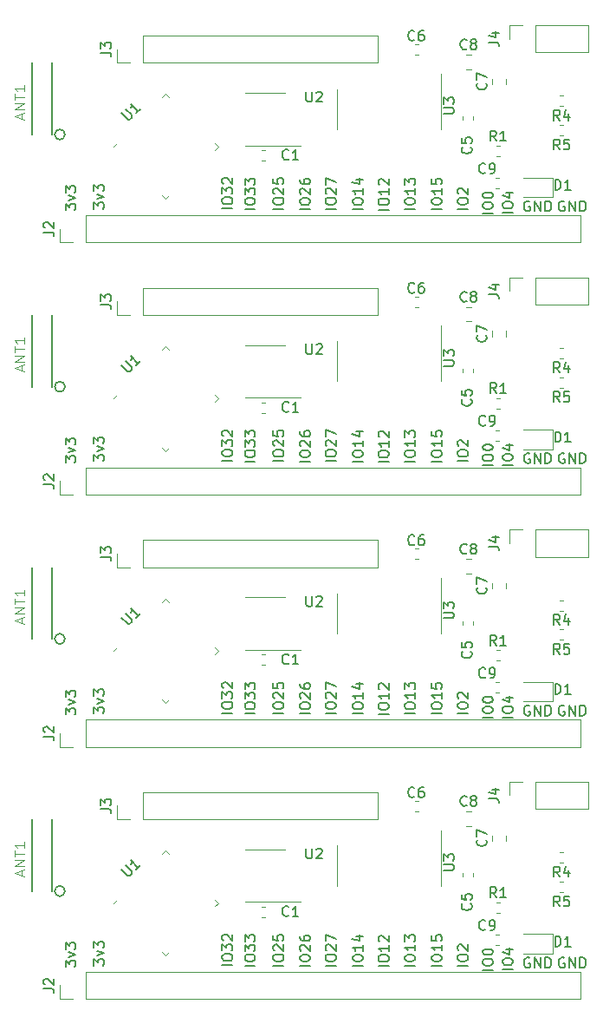
<source format=gbr>
%TF.GenerationSoftware,KiCad,Pcbnew,5.1.6-c6e7f7d~87~ubuntu20.04.1*%
%TF.CreationDate,2020-08-08T19:49:55+10:00*%
%TF.ProjectId,borscht-esp-pico-panel,626f7273-6368-4742-9d65-73702d706963,rev?*%
%TF.SameCoordinates,Original*%
%TF.FileFunction,Legend,Top*%
%TF.FilePolarity,Positive*%
%FSLAX46Y46*%
G04 Gerber Fmt 4.6, Leading zero omitted, Abs format (unit mm)*
G04 Created by KiCad (PCBNEW 5.1.6-c6e7f7d~87~ubuntu20.04.1) date 2020-08-08 19:49:55*
%MOMM*%
%LPD*%
G01*
G04 APERTURE LIST*
%ADD10C,0.150000*%
%ADD11C,0.127000*%
%ADD12C,0.120000*%
%ADD13C,0.015000*%
G04 APERTURE END LIST*
D10*
X54076381Y-143566492D02*
X54076381Y-142947444D01*
X54457334Y-143280777D01*
X54457334Y-143137920D01*
X54504953Y-143042682D01*
X54552572Y-142995063D01*
X54647810Y-142947444D01*
X54885905Y-142947444D01*
X54981143Y-142995063D01*
X55028762Y-143042682D01*
X55076381Y-143137920D01*
X55076381Y-143423635D01*
X55028762Y-143518873D01*
X54981143Y-143566492D01*
X54409715Y-142614111D02*
X55076381Y-142376016D01*
X54409715Y-142137920D01*
X54076381Y-141852206D02*
X54076381Y-141233158D01*
X54457334Y-141566492D01*
X54457334Y-141423635D01*
X54504953Y-141328396D01*
X54552572Y-141280777D01*
X54647810Y-141233158D01*
X54885905Y-141233158D01*
X54981143Y-141280777D01*
X55028762Y-141328396D01*
X55076381Y-141423635D01*
X55076381Y-141709349D01*
X55028762Y-141804587D01*
X54981143Y-141852206D01*
X56836381Y-143446492D02*
X56836381Y-142827444D01*
X57217334Y-143160777D01*
X57217334Y-143017920D01*
X57264953Y-142922682D01*
X57312572Y-142875063D01*
X57407810Y-142827444D01*
X57645905Y-142827444D01*
X57741143Y-142875063D01*
X57788762Y-142922682D01*
X57836381Y-143017920D01*
X57836381Y-143303635D01*
X57788762Y-143398873D01*
X57741143Y-143446492D01*
X57169715Y-142494111D02*
X57836381Y-142256016D01*
X57169715Y-142017920D01*
X56836381Y-141732206D02*
X56836381Y-141113158D01*
X57217334Y-141446492D01*
X57217334Y-141303635D01*
X57264953Y-141208396D01*
X57312572Y-141160777D01*
X57407810Y-141113158D01*
X57645905Y-141113158D01*
X57741143Y-141160777D01*
X57788762Y-141208396D01*
X57836381Y-141303635D01*
X57836381Y-141589349D01*
X57788762Y-141684587D01*
X57741143Y-141732206D01*
X70396381Y-143422206D02*
X69396381Y-143422206D01*
X69396381Y-142755539D02*
X69396381Y-142565063D01*
X69444001Y-142469825D01*
X69539239Y-142374587D01*
X69729715Y-142326968D01*
X70063048Y-142326968D01*
X70253524Y-142374587D01*
X70348762Y-142469825D01*
X70396381Y-142565063D01*
X70396381Y-142755539D01*
X70348762Y-142850777D01*
X70253524Y-142946016D01*
X70063048Y-142993635D01*
X69729715Y-142993635D01*
X69539239Y-142946016D01*
X69444001Y-142850777D01*
X69396381Y-142755539D01*
X69396381Y-141993635D02*
X69396381Y-141374587D01*
X69777334Y-141707920D01*
X69777334Y-141565063D01*
X69824953Y-141469825D01*
X69872572Y-141422206D01*
X69967810Y-141374587D01*
X70205905Y-141374587D01*
X70301143Y-141422206D01*
X70348762Y-141469825D01*
X70396381Y-141565063D01*
X70396381Y-141850777D01*
X70348762Y-141946016D01*
X70301143Y-141993635D01*
X69491620Y-140993635D02*
X69444001Y-140946016D01*
X69396381Y-140850777D01*
X69396381Y-140612682D01*
X69444001Y-140517444D01*
X69491620Y-140469825D01*
X69586858Y-140422206D01*
X69682096Y-140422206D01*
X69824953Y-140469825D01*
X70396381Y-141041254D01*
X70396381Y-140422206D01*
X72606381Y-143472206D02*
X71606381Y-143472206D01*
X71606381Y-142805539D02*
X71606381Y-142615063D01*
X71654001Y-142519825D01*
X71749239Y-142424587D01*
X71939715Y-142376968D01*
X72273048Y-142376968D01*
X72463524Y-142424587D01*
X72558762Y-142519825D01*
X72606381Y-142615063D01*
X72606381Y-142805539D01*
X72558762Y-142900777D01*
X72463524Y-142996016D01*
X72273048Y-143043635D01*
X71939715Y-143043635D01*
X71749239Y-142996016D01*
X71654001Y-142900777D01*
X71606381Y-142805539D01*
X71606381Y-142043635D02*
X71606381Y-141424587D01*
X71987334Y-141757920D01*
X71987334Y-141615063D01*
X72034953Y-141519825D01*
X72082572Y-141472206D01*
X72177810Y-141424587D01*
X72415905Y-141424587D01*
X72511143Y-141472206D01*
X72558762Y-141519825D01*
X72606381Y-141615063D01*
X72606381Y-141900777D01*
X72558762Y-141996016D01*
X72511143Y-142043635D01*
X71606381Y-141091254D02*
X71606381Y-140472206D01*
X71987334Y-140805539D01*
X71987334Y-140662682D01*
X72034953Y-140567444D01*
X72082572Y-140519825D01*
X72177810Y-140472206D01*
X72415905Y-140472206D01*
X72511143Y-140519825D01*
X72558762Y-140567444D01*
X72606381Y-140662682D01*
X72606381Y-140948396D01*
X72558762Y-141043635D01*
X72511143Y-141091254D01*
X75386381Y-143452206D02*
X74386381Y-143452206D01*
X74386381Y-142785539D02*
X74386381Y-142595063D01*
X74434001Y-142499825D01*
X74529239Y-142404587D01*
X74719715Y-142356968D01*
X75053048Y-142356968D01*
X75243524Y-142404587D01*
X75338762Y-142499825D01*
X75386381Y-142595063D01*
X75386381Y-142785539D01*
X75338762Y-142880777D01*
X75243524Y-142976016D01*
X75053048Y-143023635D01*
X74719715Y-143023635D01*
X74529239Y-142976016D01*
X74434001Y-142880777D01*
X74386381Y-142785539D01*
X74481620Y-141976016D02*
X74434001Y-141928396D01*
X74386381Y-141833158D01*
X74386381Y-141595063D01*
X74434001Y-141499825D01*
X74481620Y-141452206D01*
X74576858Y-141404587D01*
X74672096Y-141404587D01*
X74814953Y-141452206D01*
X75386381Y-142023635D01*
X75386381Y-141404587D01*
X74386381Y-140499825D02*
X74386381Y-140976016D01*
X74862572Y-141023635D01*
X74814953Y-140976016D01*
X74767334Y-140880777D01*
X74767334Y-140642682D01*
X74814953Y-140547444D01*
X74862572Y-140499825D01*
X74957810Y-140452206D01*
X75195905Y-140452206D01*
X75291143Y-140499825D01*
X75338762Y-140547444D01*
X75386381Y-140642682D01*
X75386381Y-140880777D01*
X75338762Y-140976016D01*
X75291143Y-141023635D01*
X77976381Y-143492206D02*
X76976381Y-143492206D01*
X76976381Y-142825539D02*
X76976381Y-142635063D01*
X77024001Y-142539825D01*
X77119239Y-142444587D01*
X77309715Y-142396968D01*
X77643048Y-142396968D01*
X77833524Y-142444587D01*
X77928762Y-142539825D01*
X77976381Y-142635063D01*
X77976381Y-142825539D01*
X77928762Y-142920777D01*
X77833524Y-143016016D01*
X77643048Y-143063635D01*
X77309715Y-143063635D01*
X77119239Y-143016016D01*
X77024001Y-142920777D01*
X76976381Y-142825539D01*
X77071620Y-142016016D02*
X77024001Y-141968396D01*
X76976381Y-141873158D01*
X76976381Y-141635063D01*
X77024001Y-141539825D01*
X77071620Y-141492206D01*
X77166858Y-141444587D01*
X77262096Y-141444587D01*
X77404953Y-141492206D01*
X77976381Y-142063635D01*
X77976381Y-141444587D01*
X76976381Y-140587444D02*
X76976381Y-140777920D01*
X77024001Y-140873158D01*
X77071620Y-140920777D01*
X77214477Y-141016016D01*
X77404953Y-141063635D01*
X77785905Y-141063635D01*
X77881143Y-141016016D01*
X77928762Y-140968396D01*
X77976381Y-140873158D01*
X77976381Y-140682682D01*
X77928762Y-140587444D01*
X77881143Y-140539825D01*
X77785905Y-140492206D01*
X77547810Y-140492206D01*
X77452572Y-140539825D01*
X77404953Y-140587444D01*
X77357334Y-140682682D01*
X77357334Y-140873158D01*
X77404953Y-140968396D01*
X77452572Y-141016016D01*
X77547810Y-141063635D01*
X80496381Y-143452206D02*
X79496381Y-143452206D01*
X79496381Y-142785539D02*
X79496381Y-142595063D01*
X79544001Y-142499825D01*
X79639239Y-142404587D01*
X79829715Y-142356968D01*
X80163048Y-142356968D01*
X80353524Y-142404587D01*
X80448762Y-142499825D01*
X80496381Y-142595063D01*
X80496381Y-142785539D01*
X80448762Y-142880777D01*
X80353524Y-142976016D01*
X80163048Y-143023635D01*
X79829715Y-143023635D01*
X79639239Y-142976016D01*
X79544001Y-142880777D01*
X79496381Y-142785539D01*
X79591620Y-141976016D02*
X79544001Y-141928396D01*
X79496381Y-141833158D01*
X79496381Y-141595063D01*
X79544001Y-141499825D01*
X79591620Y-141452206D01*
X79686858Y-141404587D01*
X79782096Y-141404587D01*
X79924953Y-141452206D01*
X80496381Y-142023635D01*
X80496381Y-141404587D01*
X79496381Y-141071254D02*
X79496381Y-140404587D01*
X80496381Y-140833158D01*
X83136381Y-143492206D02*
X82136381Y-143492206D01*
X82136381Y-142825539D02*
X82136381Y-142635063D01*
X82184001Y-142539825D01*
X82279239Y-142444587D01*
X82469715Y-142396968D01*
X82803048Y-142396968D01*
X82993524Y-142444587D01*
X83088762Y-142539825D01*
X83136381Y-142635063D01*
X83136381Y-142825539D01*
X83088762Y-142920777D01*
X82993524Y-143016016D01*
X82803048Y-143063635D01*
X82469715Y-143063635D01*
X82279239Y-143016016D01*
X82184001Y-142920777D01*
X82136381Y-142825539D01*
X83136381Y-141444587D02*
X83136381Y-142016016D01*
X83136381Y-141730301D02*
X82136381Y-141730301D01*
X82279239Y-141825539D01*
X82374477Y-141920777D01*
X82422096Y-142016016D01*
X82469715Y-140587444D02*
X83136381Y-140587444D01*
X82088762Y-140825539D02*
X82803048Y-141063635D01*
X82803048Y-140444587D01*
X85656381Y-143522206D02*
X84656381Y-143522206D01*
X84656381Y-142855539D02*
X84656381Y-142665063D01*
X84704001Y-142569825D01*
X84799239Y-142474587D01*
X84989715Y-142426968D01*
X85323048Y-142426968D01*
X85513524Y-142474587D01*
X85608762Y-142569825D01*
X85656381Y-142665063D01*
X85656381Y-142855539D01*
X85608762Y-142950777D01*
X85513524Y-143046016D01*
X85323048Y-143093635D01*
X84989715Y-143093635D01*
X84799239Y-143046016D01*
X84704001Y-142950777D01*
X84656381Y-142855539D01*
X85656381Y-141474587D02*
X85656381Y-142046016D01*
X85656381Y-141760301D02*
X84656381Y-141760301D01*
X84799239Y-141855539D01*
X84894477Y-141950777D01*
X84942096Y-142046016D01*
X84751620Y-141093635D02*
X84704001Y-141046016D01*
X84656381Y-140950777D01*
X84656381Y-140712682D01*
X84704001Y-140617444D01*
X84751620Y-140569825D01*
X84846858Y-140522206D01*
X84942096Y-140522206D01*
X85084953Y-140569825D01*
X85656381Y-141141254D01*
X85656381Y-140522206D01*
X88246381Y-143482206D02*
X87246381Y-143482206D01*
X87246381Y-142815539D02*
X87246381Y-142625063D01*
X87294001Y-142529825D01*
X87389239Y-142434587D01*
X87579715Y-142386968D01*
X87913048Y-142386968D01*
X88103524Y-142434587D01*
X88198762Y-142529825D01*
X88246381Y-142625063D01*
X88246381Y-142815539D01*
X88198762Y-142910777D01*
X88103524Y-143006016D01*
X87913048Y-143053635D01*
X87579715Y-143053635D01*
X87389239Y-143006016D01*
X87294001Y-142910777D01*
X87246381Y-142815539D01*
X88246381Y-141434587D02*
X88246381Y-142006016D01*
X88246381Y-141720301D02*
X87246381Y-141720301D01*
X87389239Y-141815539D01*
X87484477Y-141910777D01*
X87532096Y-142006016D01*
X87246381Y-141101254D02*
X87246381Y-140482206D01*
X87627334Y-140815539D01*
X87627334Y-140672682D01*
X87674953Y-140577444D01*
X87722572Y-140529825D01*
X87817810Y-140482206D01*
X88055905Y-140482206D01*
X88151143Y-140529825D01*
X88198762Y-140577444D01*
X88246381Y-140672682D01*
X88246381Y-140958396D01*
X88198762Y-141053635D01*
X88151143Y-141101254D01*
X90866381Y-143482206D02*
X89866381Y-143482206D01*
X89866381Y-142815539D02*
X89866381Y-142625063D01*
X89914001Y-142529825D01*
X90009239Y-142434587D01*
X90199715Y-142386968D01*
X90533048Y-142386968D01*
X90723524Y-142434587D01*
X90818762Y-142529825D01*
X90866381Y-142625063D01*
X90866381Y-142815539D01*
X90818762Y-142910777D01*
X90723524Y-143006016D01*
X90533048Y-143053635D01*
X90199715Y-143053635D01*
X90009239Y-143006016D01*
X89914001Y-142910777D01*
X89866381Y-142815539D01*
X90866381Y-141434587D02*
X90866381Y-142006016D01*
X90866381Y-141720301D02*
X89866381Y-141720301D01*
X90009239Y-141815539D01*
X90104477Y-141910777D01*
X90152096Y-142006016D01*
X89866381Y-140529825D02*
X89866381Y-141006016D01*
X90342572Y-141053635D01*
X90294953Y-141006016D01*
X90247334Y-140910777D01*
X90247334Y-140672682D01*
X90294953Y-140577444D01*
X90342572Y-140529825D01*
X90437810Y-140482206D01*
X90675905Y-140482206D01*
X90771143Y-140529825D01*
X90818762Y-140577444D01*
X90866381Y-140672682D01*
X90866381Y-140910777D01*
X90818762Y-141006016D01*
X90771143Y-141053635D01*
X93416381Y-143456016D02*
X92416381Y-143456016D01*
X92416381Y-142789349D02*
X92416381Y-142598873D01*
X92464001Y-142503635D01*
X92559239Y-142408396D01*
X92749715Y-142360777D01*
X93083048Y-142360777D01*
X93273524Y-142408396D01*
X93368762Y-142503635D01*
X93416381Y-142598873D01*
X93416381Y-142789349D01*
X93368762Y-142884587D01*
X93273524Y-142979825D01*
X93083048Y-143027444D01*
X92749715Y-143027444D01*
X92559239Y-142979825D01*
X92464001Y-142884587D01*
X92416381Y-142789349D01*
X92511620Y-141979825D02*
X92464001Y-141932206D01*
X92416381Y-141836968D01*
X92416381Y-141598873D01*
X92464001Y-141503635D01*
X92511620Y-141456016D01*
X92606858Y-141408396D01*
X92702096Y-141408396D01*
X92844953Y-141456016D01*
X93416381Y-142027444D01*
X93416381Y-141408396D01*
X95856381Y-143886016D02*
X94856381Y-143886016D01*
X94856381Y-143219349D02*
X94856381Y-143028873D01*
X94904001Y-142933635D01*
X94999239Y-142838396D01*
X95189715Y-142790777D01*
X95523048Y-142790777D01*
X95713524Y-142838396D01*
X95808762Y-142933635D01*
X95856381Y-143028873D01*
X95856381Y-143219349D01*
X95808762Y-143314587D01*
X95713524Y-143409825D01*
X95523048Y-143457444D01*
X95189715Y-143457444D01*
X94999239Y-143409825D01*
X94904001Y-143314587D01*
X94856381Y-143219349D01*
X94856381Y-142171730D02*
X94856381Y-142076492D01*
X94904001Y-141981254D01*
X94951620Y-141933635D01*
X95046858Y-141886016D01*
X95237334Y-141838396D01*
X95475429Y-141838396D01*
X95665905Y-141886016D01*
X95761143Y-141933635D01*
X95808762Y-141981254D01*
X95856381Y-142076492D01*
X95856381Y-142171730D01*
X95808762Y-142266968D01*
X95761143Y-142314587D01*
X95665905Y-142362206D01*
X95475429Y-142409825D01*
X95237334Y-142409825D01*
X95046858Y-142362206D01*
X94951620Y-142314587D01*
X94904001Y-142266968D01*
X94856381Y-142171730D01*
X97806381Y-143846016D02*
X96806381Y-143846016D01*
X96806381Y-143179349D02*
X96806381Y-142988873D01*
X96854001Y-142893635D01*
X96949239Y-142798396D01*
X97139715Y-142750777D01*
X97473048Y-142750777D01*
X97663524Y-142798396D01*
X97758762Y-142893635D01*
X97806381Y-142988873D01*
X97806381Y-143179349D01*
X97758762Y-143274587D01*
X97663524Y-143369825D01*
X97473048Y-143417444D01*
X97139715Y-143417444D01*
X96949239Y-143369825D01*
X96854001Y-143274587D01*
X96806381Y-143179349D01*
X97139715Y-141893635D02*
X97806381Y-141893635D01*
X96758762Y-142131730D02*
X97473048Y-142369825D01*
X97473048Y-141750777D01*
X99442096Y-142726016D02*
X99346858Y-142678396D01*
X99204001Y-142678396D01*
X99061143Y-142726016D01*
X98965905Y-142821254D01*
X98918286Y-142916492D01*
X98870667Y-143106968D01*
X98870667Y-143249825D01*
X98918286Y-143440301D01*
X98965905Y-143535539D01*
X99061143Y-143630777D01*
X99204001Y-143678396D01*
X99299239Y-143678396D01*
X99442096Y-143630777D01*
X99489715Y-143583158D01*
X99489715Y-143249825D01*
X99299239Y-143249825D01*
X99918286Y-143678396D02*
X99918286Y-142678396D01*
X100489715Y-143678396D01*
X100489715Y-142678396D01*
X100965905Y-143678396D02*
X100965905Y-142678396D01*
X101204001Y-142678396D01*
X101346858Y-142726016D01*
X101442096Y-142821254D01*
X101489715Y-142916492D01*
X101537334Y-143106968D01*
X101537334Y-143249825D01*
X101489715Y-143440301D01*
X101442096Y-143535539D01*
X101346858Y-143630777D01*
X101204001Y-143678396D01*
X100965905Y-143678396D01*
X102832096Y-142726016D02*
X102736858Y-142678396D01*
X102594001Y-142678396D01*
X102451143Y-142726016D01*
X102355905Y-142821254D01*
X102308286Y-142916492D01*
X102260667Y-143106968D01*
X102260667Y-143249825D01*
X102308286Y-143440301D01*
X102355905Y-143535539D01*
X102451143Y-143630777D01*
X102594001Y-143678396D01*
X102689239Y-143678396D01*
X102832096Y-143630777D01*
X102879715Y-143583158D01*
X102879715Y-143249825D01*
X102689239Y-143249825D01*
X103308286Y-143678396D02*
X103308286Y-142678396D01*
X103879715Y-143678396D01*
X103879715Y-142678396D01*
X104355905Y-143678396D02*
X104355905Y-142678396D01*
X104594001Y-142678396D01*
X104736858Y-142726016D01*
X104832096Y-142821254D01*
X104879715Y-142916492D01*
X104927334Y-143106968D01*
X104927334Y-143249825D01*
X104879715Y-143440301D01*
X104832096Y-143535539D01*
X104736858Y-143630777D01*
X104594001Y-143678396D01*
X104355905Y-143678396D01*
X54076381Y-118960487D02*
X54076381Y-118341439D01*
X54457334Y-118674772D01*
X54457334Y-118531915D01*
X54504953Y-118436677D01*
X54552572Y-118389058D01*
X54647810Y-118341439D01*
X54885905Y-118341439D01*
X54981143Y-118389058D01*
X55028762Y-118436677D01*
X55076381Y-118531915D01*
X55076381Y-118817630D01*
X55028762Y-118912868D01*
X54981143Y-118960487D01*
X54409715Y-118008106D02*
X55076381Y-117770011D01*
X54409715Y-117531915D01*
X54076381Y-117246201D02*
X54076381Y-116627153D01*
X54457334Y-116960487D01*
X54457334Y-116817630D01*
X54504953Y-116722391D01*
X54552572Y-116674772D01*
X54647810Y-116627153D01*
X54885905Y-116627153D01*
X54981143Y-116674772D01*
X55028762Y-116722391D01*
X55076381Y-116817630D01*
X55076381Y-117103344D01*
X55028762Y-117198582D01*
X54981143Y-117246201D01*
X56836381Y-118840487D02*
X56836381Y-118221439D01*
X57217334Y-118554772D01*
X57217334Y-118411915D01*
X57264953Y-118316677D01*
X57312572Y-118269058D01*
X57407810Y-118221439D01*
X57645905Y-118221439D01*
X57741143Y-118269058D01*
X57788762Y-118316677D01*
X57836381Y-118411915D01*
X57836381Y-118697630D01*
X57788762Y-118792868D01*
X57741143Y-118840487D01*
X57169715Y-117888106D02*
X57836381Y-117650011D01*
X57169715Y-117411915D01*
X56836381Y-117126201D02*
X56836381Y-116507153D01*
X57217334Y-116840487D01*
X57217334Y-116697630D01*
X57264953Y-116602391D01*
X57312572Y-116554772D01*
X57407810Y-116507153D01*
X57645905Y-116507153D01*
X57741143Y-116554772D01*
X57788762Y-116602391D01*
X57836381Y-116697630D01*
X57836381Y-116983344D01*
X57788762Y-117078582D01*
X57741143Y-117126201D01*
X70396381Y-118816201D02*
X69396381Y-118816201D01*
X69396381Y-118149534D02*
X69396381Y-117959058D01*
X69444001Y-117863820D01*
X69539239Y-117768582D01*
X69729715Y-117720963D01*
X70063048Y-117720963D01*
X70253524Y-117768582D01*
X70348762Y-117863820D01*
X70396381Y-117959058D01*
X70396381Y-118149534D01*
X70348762Y-118244772D01*
X70253524Y-118340011D01*
X70063048Y-118387630D01*
X69729715Y-118387630D01*
X69539239Y-118340011D01*
X69444001Y-118244772D01*
X69396381Y-118149534D01*
X69396381Y-117387630D02*
X69396381Y-116768582D01*
X69777334Y-117101915D01*
X69777334Y-116959058D01*
X69824953Y-116863820D01*
X69872572Y-116816201D01*
X69967810Y-116768582D01*
X70205905Y-116768582D01*
X70301143Y-116816201D01*
X70348762Y-116863820D01*
X70396381Y-116959058D01*
X70396381Y-117244772D01*
X70348762Y-117340011D01*
X70301143Y-117387630D01*
X69491620Y-116387630D02*
X69444001Y-116340011D01*
X69396381Y-116244772D01*
X69396381Y-116006677D01*
X69444001Y-115911439D01*
X69491620Y-115863820D01*
X69586858Y-115816201D01*
X69682096Y-115816201D01*
X69824953Y-115863820D01*
X70396381Y-116435249D01*
X70396381Y-115816201D01*
X72606381Y-118866201D02*
X71606381Y-118866201D01*
X71606381Y-118199534D02*
X71606381Y-118009058D01*
X71654001Y-117913820D01*
X71749239Y-117818582D01*
X71939715Y-117770963D01*
X72273048Y-117770963D01*
X72463524Y-117818582D01*
X72558762Y-117913820D01*
X72606381Y-118009058D01*
X72606381Y-118199534D01*
X72558762Y-118294772D01*
X72463524Y-118390011D01*
X72273048Y-118437630D01*
X71939715Y-118437630D01*
X71749239Y-118390011D01*
X71654001Y-118294772D01*
X71606381Y-118199534D01*
X71606381Y-117437630D02*
X71606381Y-116818582D01*
X71987334Y-117151915D01*
X71987334Y-117009058D01*
X72034953Y-116913820D01*
X72082572Y-116866201D01*
X72177810Y-116818582D01*
X72415905Y-116818582D01*
X72511143Y-116866201D01*
X72558762Y-116913820D01*
X72606381Y-117009058D01*
X72606381Y-117294772D01*
X72558762Y-117390011D01*
X72511143Y-117437630D01*
X71606381Y-116485249D02*
X71606381Y-115866201D01*
X71987334Y-116199534D01*
X71987334Y-116056677D01*
X72034953Y-115961439D01*
X72082572Y-115913820D01*
X72177810Y-115866201D01*
X72415905Y-115866201D01*
X72511143Y-115913820D01*
X72558762Y-115961439D01*
X72606381Y-116056677D01*
X72606381Y-116342391D01*
X72558762Y-116437630D01*
X72511143Y-116485249D01*
X75386381Y-118846201D02*
X74386381Y-118846201D01*
X74386381Y-118179534D02*
X74386381Y-117989058D01*
X74434001Y-117893820D01*
X74529239Y-117798582D01*
X74719715Y-117750963D01*
X75053048Y-117750963D01*
X75243524Y-117798582D01*
X75338762Y-117893820D01*
X75386381Y-117989058D01*
X75386381Y-118179534D01*
X75338762Y-118274772D01*
X75243524Y-118370011D01*
X75053048Y-118417630D01*
X74719715Y-118417630D01*
X74529239Y-118370011D01*
X74434001Y-118274772D01*
X74386381Y-118179534D01*
X74481620Y-117370011D02*
X74434001Y-117322391D01*
X74386381Y-117227153D01*
X74386381Y-116989058D01*
X74434001Y-116893820D01*
X74481620Y-116846201D01*
X74576858Y-116798582D01*
X74672096Y-116798582D01*
X74814953Y-116846201D01*
X75386381Y-117417630D01*
X75386381Y-116798582D01*
X74386381Y-115893820D02*
X74386381Y-116370011D01*
X74862572Y-116417630D01*
X74814953Y-116370011D01*
X74767334Y-116274772D01*
X74767334Y-116036677D01*
X74814953Y-115941439D01*
X74862572Y-115893820D01*
X74957810Y-115846201D01*
X75195905Y-115846201D01*
X75291143Y-115893820D01*
X75338762Y-115941439D01*
X75386381Y-116036677D01*
X75386381Y-116274772D01*
X75338762Y-116370011D01*
X75291143Y-116417630D01*
X77976381Y-118886201D02*
X76976381Y-118886201D01*
X76976381Y-118219534D02*
X76976381Y-118029058D01*
X77024001Y-117933820D01*
X77119239Y-117838582D01*
X77309715Y-117790963D01*
X77643048Y-117790963D01*
X77833524Y-117838582D01*
X77928762Y-117933820D01*
X77976381Y-118029058D01*
X77976381Y-118219534D01*
X77928762Y-118314772D01*
X77833524Y-118410011D01*
X77643048Y-118457630D01*
X77309715Y-118457630D01*
X77119239Y-118410011D01*
X77024001Y-118314772D01*
X76976381Y-118219534D01*
X77071620Y-117410011D02*
X77024001Y-117362391D01*
X76976381Y-117267153D01*
X76976381Y-117029058D01*
X77024001Y-116933820D01*
X77071620Y-116886201D01*
X77166858Y-116838582D01*
X77262096Y-116838582D01*
X77404953Y-116886201D01*
X77976381Y-117457630D01*
X77976381Y-116838582D01*
X76976381Y-115981439D02*
X76976381Y-116171915D01*
X77024001Y-116267153D01*
X77071620Y-116314772D01*
X77214477Y-116410011D01*
X77404953Y-116457630D01*
X77785905Y-116457630D01*
X77881143Y-116410011D01*
X77928762Y-116362391D01*
X77976381Y-116267153D01*
X77976381Y-116076677D01*
X77928762Y-115981439D01*
X77881143Y-115933820D01*
X77785905Y-115886201D01*
X77547810Y-115886201D01*
X77452572Y-115933820D01*
X77404953Y-115981439D01*
X77357334Y-116076677D01*
X77357334Y-116267153D01*
X77404953Y-116362391D01*
X77452572Y-116410011D01*
X77547810Y-116457630D01*
X80496381Y-118846201D02*
X79496381Y-118846201D01*
X79496381Y-118179534D02*
X79496381Y-117989058D01*
X79544001Y-117893820D01*
X79639239Y-117798582D01*
X79829715Y-117750963D01*
X80163048Y-117750963D01*
X80353524Y-117798582D01*
X80448762Y-117893820D01*
X80496381Y-117989058D01*
X80496381Y-118179534D01*
X80448762Y-118274772D01*
X80353524Y-118370011D01*
X80163048Y-118417630D01*
X79829715Y-118417630D01*
X79639239Y-118370011D01*
X79544001Y-118274772D01*
X79496381Y-118179534D01*
X79591620Y-117370011D02*
X79544001Y-117322391D01*
X79496381Y-117227153D01*
X79496381Y-116989058D01*
X79544001Y-116893820D01*
X79591620Y-116846201D01*
X79686858Y-116798582D01*
X79782096Y-116798582D01*
X79924953Y-116846201D01*
X80496381Y-117417630D01*
X80496381Y-116798582D01*
X79496381Y-116465249D02*
X79496381Y-115798582D01*
X80496381Y-116227153D01*
X83136381Y-118886201D02*
X82136381Y-118886201D01*
X82136381Y-118219534D02*
X82136381Y-118029058D01*
X82184001Y-117933820D01*
X82279239Y-117838582D01*
X82469715Y-117790963D01*
X82803048Y-117790963D01*
X82993524Y-117838582D01*
X83088762Y-117933820D01*
X83136381Y-118029058D01*
X83136381Y-118219534D01*
X83088762Y-118314772D01*
X82993524Y-118410011D01*
X82803048Y-118457630D01*
X82469715Y-118457630D01*
X82279239Y-118410011D01*
X82184001Y-118314772D01*
X82136381Y-118219534D01*
X83136381Y-116838582D02*
X83136381Y-117410011D01*
X83136381Y-117124296D02*
X82136381Y-117124296D01*
X82279239Y-117219534D01*
X82374477Y-117314772D01*
X82422096Y-117410011D01*
X82469715Y-115981439D02*
X83136381Y-115981439D01*
X82088762Y-116219534D02*
X82803048Y-116457630D01*
X82803048Y-115838582D01*
X85656381Y-118916201D02*
X84656381Y-118916201D01*
X84656381Y-118249534D02*
X84656381Y-118059058D01*
X84704001Y-117963820D01*
X84799239Y-117868582D01*
X84989715Y-117820963D01*
X85323048Y-117820963D01*
X85513524Y-117868582D01*
X85608762Y-117963820D01*
X85656381Y-118059058D01*
X85656381Y-118249534D01*
X85608762Y-118344772D01*
X85513524Y-118440011D01*
X85323048Y-118487630D01*
X84989715Y-118487630D01*
X84799239Y-118440011D01*
X84704001Y-118344772D01*
X84656381Y-118249534D01*
X85656381Y-116868582D02*
X85656381Y-117440011D01*
X85656381Y-117154296D02*
X84656381Y-117154296D01*
X84799239Y-117249534D01*
X84894477Y-117344772D01*
X84942096Y-117440011D01*
X84751620Y-116487630D02*
X84704001Y-116440011D01*
X84656381Y-116344772D01*
X84656381Y-116106677D01*
X84704001Y-116011439D01*
X84751620Y-115963820D01*
X84846858Y-115916201D01*
X84942096Y-115916201D01*
X85084953Y-115963820D01*
X85656381Y-116535249D01*
X85656381Y-115916201D01*
X88246381Y-118876201D02*
X87246381Y-118876201D01*
X87246381Y-118209534D02*
X87246381Y-118019058D01*
X87294001Y-117923820D01*
X87389239Y-117828582D01*
X87579715Y-117780963D01*
X87913048Y-117780963D01*
X88103524Y-117828582D01*
X88198762Y-117923820D01*
X88246381Y-118019058D01*
X88246381Y-118209534D01*
X88198762Y-118304772D01*
X88103524Y-118400011D01*
X87913048Y-118447630D01*
X87579715Y-118447630D01*
X87389239Y-118400011D01*
X87294001Y-118304772D01*
X87246381Y-118209534D01*
X88246381Y-116828582D02*
X88246381Y-117400011D01*
X88246381Y-117114296D02*
X87246381Y-117114296D01*
X87389239Y-117209534D01*
X87484477Y-117304772D01*
X87532096Y-117400011D01*
X87246381Y-116495249D02*
X87246381Y-115876201D01*
X87627334Y-116209534D01*
X87627334Y-116066677D01*
X87674953Y-115971439D01*
X87722572Y-115923820D01*
X87817810Y-115876201D01*
X88055905Y-115876201D01*
X88151143Y-115923820D01*
X88198762Y-115971439D01*
X88246381Y-116066677D01*
X88246381Y-116352391D01*
X88198762Y-116447630D01*
X88151143Y-116495249D01*
X90866381Y-118876201D02*
X89866381Y-118876201D01*
X89866381Y-118209534D02*
X89866381Y-118019058D01*
X89914001Y-117923820D01*
X90009239Y-117828582D01*
X90199715Y-117780963D01*
X90533048Y-117780963D01*
X90723524Y-117828582D01*
X90818762Y-117923820D01*
X90866381Y-118019058D01*
X90866381Y-118209534D01*
X90818762Y-118304772D01*
X90723524Y-118400011D01*
X90533048Y-118447630D01*
X90199715Y-118447630D01*
X90009239Y-118400011D01*
X89914001Y-118304772D01*
X89866381Y-118209534D01*
X90866381Y-116828582D02*
X90866381Y-117400011D01*
X90866381Y-117114296D02*
X89866381Y-117114296D01*
X90009239Y-117209534D01*
X90104477Y-117304772D01*
X90152096Y-117400011D01*
X89866381Y-115923820D02*
X89866381Y-116400011D01*
X90342572Y-116447630D01*
X90294953Y-116400011D01*
X90247334Y-116304772D01*
X90247334Y-116066677D01*
X90294953Y-115971439D01*
X90342572Y-115923820D01*
X90437810Y-115876201D01*
X90675905Y-115876201D01*
X90771143Y-115923820D01*
X90818762Y-115971439D01*
X90866381Y-116066677D01*
X90866381Y-116304772D01*
X90818762Y-116400011D01*
X90771143Y-116447630D01*
X93416381Y-118850011D02*
X92416381Y-118850011D01*
X92416381Y-118183344D02*
X92416381Y-117992868D01*
X92464001Y-117897630D01*
X92559239Y-117802391D01*
X92749715Y-117754772D01*
X93083048Y-117754772D01*
X93273524Y-117802391D01*
X93368762Y-117897630D01*
X93416381Y-117992868D01*
X93416381Y-118183344D01*
X93368762Y-118278582D01*
X93273524Y-118373820D01*
X93083048Y-118421439D01*
X92749715Y-118421439D01*
X92559239Y-118373820D01*
X92464001Y-118278582D01*
X92416381Y-118183344D01*
X92511620Y-117373820D02*
X92464001Y-117326201D01*
X92416381Y-117230963D01*
X92416381Y-116992868D01*
X92464001Y-116897630D01*
X92511620Y-116850011D01*
X92606858Y-116802391D01*
X92702096Y-116802391D01*
X92844953Y-116850011D01*
X93416381Y-117421439D01*
X93416381Y-116802391D01*
X95856381Y-119280011D02*
X94856381Y-119280011D01*
X94856381Y-118613344D02*
X94856381Y-118422868D01*
X94904001Y-118327630D01*
X94999239Y-118232391D01*
X95189715Y-118184772D01*
X95523048Y-118184772D01*
X95713524Y-118232391D01*
X95808762Y-118327630D01*
X95856381Y-118422868D01*
X95856381Y-118613344D01*
X95808762Y-118708582D01*
X95713524Y-118803820D01*
X95523048Y-118851439D01*
X95189715Y-118851439D01*
X94999239Y-118803820D01*
X94904001Y-118708582D01*
X94856381Y-118613344D01*
X94856381Y-117565725D02*
X94856381Y-117470487D01*
X94904001Y-117375249D01*
X94951620Y-117327630D01*
X95046858Y-117280011D01*
X95237334Y-117232391D01*
X95475429Y-117232391D01*
X95665905Y-117280011D01*
X95761143Y-117327630D01*
X95808762Y-117375249D01*
X95856381Y-117470487D01*
X95856381Y-117565725D01*
X95808762Y-117660963D01*
X95761143Y-117708582D01*
X95665905Y-117756201D01*
X95475429Y-117803820D01*
X95237334Y-117803820D01*
X95046858Y-117756201D01*
X94951620Y-117708582D01*
X94904001Y-117660963D01*
X94856381Y-117565725D01*
X97806381Y-119240011D02*
X96806381Y-119240011D01*
X96806381Y-118573344D02*
X96806381Y-118382868D01*
X96854001Y-118287630D01*
X96949239Y-118192391D01*
X97139715Y-118144772D01*
X97473048Y-118144772D01*
X97663524Y-118192391D01*
X97758762Y-118287630D01*
X97806381Y-118382868D01*
X97806381Y-118573344D01*
X97758762Y-118668582D01*
X97663524Y-118763820D01*
X97473048Y-118811439D01*
X97139715Y-118811439D01*
X96949239Y-118763820D01*
X96854001Y-118668582D01*
X96806381Y-118573344D01*
X97139715Y-117287630D02*
X97806381Y-117287630D01*
X96758762Y-117525725D02*
X97473048Y-117763820D01*
X97473048Y-117144772D01*
X99442096Y-118120011D02*
X99346858Y-118072391D01*
X99204001Y-118072391D01*
X99061143Y-118120011D01*
X98965905Y-118215249D01*
X98918286Y-118310487D01*
X98870667Y-118500963D01*
X98870667Y-118643820D01*
X98918286Y-118834296D01*
X98965905Y-118929534D01*
X99061143Y-119024772D01*
X99204001Y-119072391D01*
X99299239Y-119072391D01*
X99442096Y-119024772D01*
X99489715Y-118977153D01*
X99489715Y-118643820D01*
X99299239Y-118643820D01*
X99918286Y-119072391D02*
X99918286Y-118072391D01*
X100489715Y-119072391D01*
X100489715Y-118072391D01*
X100965905Y-119072391D02*
X100965905Y-118072391D01*
X101204001Y-118072391D01*
X101346858Y-118120011D01*
X101442096Y-118215249D01*
X101489715Y-118310487D01*
X101537334Y-118500963D01*
X101537334Y-118643820D01*
X101489715Y-118834296D01*
X101442096Y-118929534D01*
X101346858Y-119024772D01*
X101204001Y-119072391D01*
X100965905Y-119072391D01*
X102832096Y-118120011D02*
X102736858Y-118072391D01*
X102594001Y-118072391D01*
X102451143Y-118120011D01*
X102355905Y-118215249D01*
X102308286Y-118310487D01*
X102260667Y-118500963D01*
X102260667Y-118643820D01*
X102308286Y-118834296D01*
X102355905Y-118929534D01*
X102451143Y-119024772D01*
X102594001Y-119072391D01*
X102689239Y-119072391D01*
X102832096Y-119024772D01*
X102879715Y-118977153D01*
X102879715Y-118643820D01*
X102689239Y-118643820D01*
X103308286Y-119072391D02*
X103308286Y-118072391D01*
X103879715Y-119072391D01*
X103879715Y-118072391D01*
X104355905Y-119072391D02*
X104355905Y-118072391D01*
X104594001Y-118072391D01*
X104736858Y-118120011D01*
X104832096Y-118215249D01*
X104879715Y-118310487D01*
X104927334Y-118500963D01*
X104927334Y-118643820D01*
X104879715Y-118834296D01*
X104832096Y-118929534D01*
X104736858Y-119024772D01*
X104594001Y-119072391D01*
X104355905Y-119072391D01*
X54076381Y-94354482D02*
X54076381Y-93735434D01*
X54457334Y-94068767D01*
X54457334Y-93925910D01*
X54504953Y-93830672D01*
X54552572Y-93783053D01*
X54647810Y-93735434D01*
X54885905Y-93735434D01*
X54981143Y-93783053D01*
X55028762Y-93830672D01*
X55076381Y-93925910D01*
X55076381Y-94211625D01*
X55028762Y-94306863D01*
X54981143Y-94354482D01*
X54409715Y-93402101D02*
X55076381Y-93164006D01*
X54409715Y-92925910D01*
X54076381Y-92640196D02*
X54076381Y-92021148D01*
X54457334Y-92354482D01*
X54457334Y-92211625D01*
X54504953Y-92116386D01*
X54552572Y-92068767D01*
X54647810Y-92021148D01*
X54885905Y-92021148D01*
X54981143Y-92068767D01*
X55028762Y-92116386D01*
X55076381Y-92211625D01*
X55076381Y-92497339D01*
X55028762Y-92592577D01*
X54981143Y-92640196D01*
X56836381Y-94234482D02*
X56836381Y-93615434D01*
X57217334Y-93948767D01*
X57217334Y-93805910D01*
X57264953Y-93710672D01*
X57312572Y-93663053D01*
X57407810Y-93615434D01*
X57645905Y-93615434D01*
X57741143Y-93663053D01*
X57788762Y-93710672D01*
X57836381Y-93805910D01*
X57836381Y-94091625D01*
X57788762Y-94186863D01*
X57741143Y-94234482D01*
X57169715Y-93282101D02*
X57836381Y-93044006D01*
X57169715Y-92805910D01*
X56836381Y-92520196D02*
X56836381Y-91901148D01*
X57217334Y-92234482D01*
X57217334Y-92091625D01*
X57264953Y-91996386D01*
X57312572Y-91948767D01*
X57407810Y-91901148D01*
X57645905Y-91901148D01*
X57741143Y-91948767D01*
X57788762Y-91996386D01*
X57836381Y-92091625D01*
X57836381Y-92377339D01*
X57788762Y-92472577D01*
X57741143Y-92520196D01*
X70396381Y-94210196D02*
X69396381Y-94210196D01*
X69396381Y-93543529D02*
X69396381Y-93353053D01*
X69444001Y-93257815D01*
X69539239Y-93162577D01*
X69729715Y-93114958D01*
X70063048Y-93114958D01*
X70253524Y-93162577D01*
X70348762Y-93257815D01*
X70396381Y-93353053D01*
X70396381Y-93543529D01*
X70348762Y-93638767D01*
X70253524Y-93734006D01*
X70063048Y-93781625D01*
X69729715Y-93781625D01*
X69539239Y-93734006D01*
X69444001Y-93638767D01*
X69396381Y-93543529D01*
X69396381Y-92781625D02*
X69396381Y-92162577D01*
X69777334Y-92495910D01*
X69777334Y-92353053D01*
X69824953Y-92257815D01*
X69872572Y-92210196D01*
X69967810Y-92162577D01*
X70205905Y-92162577D01*
X70301143Y-92210196D01*
X70348762Y-92257815D01*
X70396381Y-92353053D01*
X70396381Y-92638767D01*
X70348762Y-92734006D01*
X70301143Y-92781625D01*
X69491620Y-91781625D02*
X69444001Y-91734006D01*
X69396381Y-91638767D01*
X69396381Y-91400672D01*
X69444001Y-91305434D01*
X69491620Y-91257815D01*
X69586858Y-91210196D01*
X69682096Y-91210196D01*
X69824953Y-91257815D01*
X70396381Y-91829244D01*
X70396381Y-91210196D01*
X72606381Y-94260196D02*
X71606381Y-94260196D01*
X71606381Y-93593529D02*
X71606381Y-93403053D01*
X71654001Y-93307815D01*
X71749239Y-93212577D01*
X71939715Y-93164958D01*
X72273048Y-93164958D01*
X72463524Y-93212577D01*
X72558762Y-93307815D01*
X72606381Y-93403053D01*
X72606381Y-93593529D01*
X72558762Y-93688767D01*
X72463524Y-93784006D01*
X72273048Y-93831625D01*
X71939715Y-93831625D01*
X71749239Y-93784006D01*
X71654001Y-93688767D01*
X71606381Y-93593529D01*
X71606381Y-92831625D02*
X71606381Y-92212577D01*
X71987334Y-92545910D01*
X71987334Y-92403053D01*
X72034953Y-92307815D01*
X72082572Y-92260196D01*
X72177810Y-92212577D01*
X72415905Y-92212577D01*
X72511143Y-92260196D01*
X72558762Y-92307815D01*
X72606381Y-92403053D01*
X72606381Y-92688767D01*
X72558762Y-92784006D01*
X72511143Y-92831625D01*
X71606381Y-91879244D02*
X71606381Y-91260196D01*
X71987334Y-91593529D01*
X71987334Y-91450672D01*
X72034953Y-91355434D01*
X72082572Y-91307815D01*
X72177810Y-91260196D01*
X72415905Y-91260196D01*
X72511143Y-91307815D01*
X72558762Y-91355434D01*
X72606381Y-91450672D01*
X72606381Y-91736386D01*
X72558762Y-91831625D01*
X72511143Y-91879244D01*
X75386381Y-94240196D02*
X74386381Y-94240196D01*
X74386381Y-93573529D02*
X74386381Y-93383053D01*
X74434001Y-93287815D01*
X74529239Y-93192577D01*
X74719715Y-93144958D01*
X75053048Y-93144958D01*
X75243524Y-93192577D01*
X75338762Y-93287815D01*
X75386381Y-93383053D01*
X75386381Y-93573529D01*
X75338762Y-93668767D01*
X75243524Y-93764006D01*
X75053048Y-93811625D01*
X74719715Y-93811625D01*
X74529239Y-93764006D01*
X74434001Y-93668767D01*
X74386381Y-93573529D01*
X74481620Y-92764006D02*
X74434001Y-92716386D01*
X74386381Y-92621148D01*
X74386381Y-92383053D01*
X74434001Y-92287815D01*
X74481620Y-92240196D01*
X74576858Y-92192577D01*
X74672096Y-92192577D01*
X74814953Y-92240196D01*
X75386381Y-92811625D01*
X75386381Y-92192577D01*
X74386381Y-91287815D02*
X74386381Y-91764006D01*
X74862572Y-91811625D01*
X74814953Y-91764006D01*
X74767334Y-91668767D01*
X74767334Y-91430672D01*
X74814953Y-91335434D01*
X74862572Y-91287815D01*
X74957810Y-91240196D01*
X75195905Y-91240196D01*
X75291143Y-91287815D01*
X75338762Y-91335434D01*
X75386381Y-91430672D01*
X75386381Y-91668767D01*
X75338762Y-91764006D01*
X75291143Y-91811625D01*
X77976381Y-94280196D02*
X76976381Y-94280196D01*
X76976381Y-93613529D02*
X76976381Y-93423053D01*
X77024001Y-93327815D01*
X77119239Y-93232577D01*
X77309715Y-93184958D01*
X77643048Y-93184958D01*
X77833524Y-93232577D01*
X77928762Y-93327815D01*
X77976381Y-93423053D01*
X77976381Y-93613529D01*
X77928762Y-93708767D01*
X77833524Y-93804006D01*
X77643048Y-93851625D01*
X77309715Y-93851625D01*
X77119239Y-93804006D01*
X77024001Y-93708767D01*
X76976381Y-93613529D01*
X77071620Y-92804006D02*
X77024001Y-92756386D01*
X76976381Y-92661148D01*
X76976381Y-92423053D01*
X77024001Y-92327815D01*
X77071620Y-92280196D01*
X77166858Y-92232577D01*
X77262096Y-92232577D01*
X77404953Y-92280196D01*
X77976381Y-92851625D01*
X77976381Y-92232577D01*
X76976381Y-91375434D02*
X76976381Y-91565910D01*
X77024001Y-91661148D01*
X77071620Y-91708767D01*
X77214477Y-91804006D01*
X77404953Y-91851625D01*
X77785905Y-91851625D01*
X77881143Y-91804006D01*
X77928762Y-91756386D01*
X77976381Y-91661148D01*
X77976381Y-91470672D01*
X77928762Y-91375434D01*
X77881143Y-91327815D01*
X77785905Y-91280196D01*
X77547810Y-91280196D01*
X77452572Y-91327815D01*
X77404953Y-91375434D01*
X77357334Y-91470672D01*
X77357334Y-91661148D01*
X77404953Y-91756386D01*
X77452572Y-91804006D01*
X77547810Y-91851625D01*
X80496381Y-94240196D02*
X79496381Y-94240196D01*
X79496381Y-93573529D02*
X79496381Y-93383053D01*
X79544001Y-93287815D01*
X79639239Y-93192577D01*
X79829715Y-93144958D01*
X80163048Y-93144958D01*
X80353524Y-93192577D01*
X80448762Y-93287815D01*
X80496381Y-93383053D01*
X80496381Y-93573529D01*
X80448762Y-93668767D01*
X80353524Y-93764006D01*
X80163048Y-93811625D01*
X79829715Y-93811625D01*
X79639239Y-93764006D01*
X79544001Y-93668767D01*
X79496381Y-93573529D01*
X79591620Y-92764006D02*
X79544001Y-92716386D01*
X79496381Y-92621148D01*
X79496381Y-92383053D01*
X79544001Y-92287815D01*
X79591620Y-92240196D01*
X79686858Y-92192577D01*
X79782096Y-92192577D01*
X79924953Y-92240196D01*
X80496381Y-92811625D01*
X80496381Y-92192577D01*
X79496381Y-91859244D02*
X79496381Y-91192577D01*
X80496381Y-91621148D01*
X83136381Y-94280196D02*
X82136381Y-94280196D01*
X82136381Y-93613529D02*
X82136381Y-93423053D01*
X82184001Y-93327815D01*
X82279239Y-93232577D01*
X82469715Y-93184958D01*
X82803048Y-93184958D01*
X82993524Y-93232577D01*
X83088762Y-93327815D01*
X83136381Y-93423053D01*
X83136381Y-93613529D01*
X83088762Y-93708767D01*
X82993524Y-93804006D01*
X82803048Y-93851625D01*
X82469715Y-93851625D01*
X82279239Y-93804006D01*
X82184001Y-93708767D01*
X82136381Y-93613529D01*
X83136381Y-92232577D02*
X83136381Y-92804006D01*
X83136381Y-92518291D02*
X82136381Y-92518291D01*
X82279239Y-92613529D01*
X82374477Y-92708767D01*
X82422096Y-92804006D01*
X82469715Y-91375434D02*
X83136381Y-91375434D01*
X82088762Y-91613529D02*
X82803048Y-91851625D01*
X82803048Y-91232577D01*
X85656381Y-94310196D02*
X84656381Y-94310196D01*
X84656381Y-93643529D02*
X84656381Y-93453053D01*
X84704001Y-93357815D01*
X84799239Y-93262577D01*
X84989715Y-93214958D01*
X85323048Y-93214958D01*
X85513524Y-93262577D01*
X85608762Y-93357815D01*
X85656381Y-93453053D01*
X85656381Y-93643529D01*
X85608762Y-93738767D01*
X85513524Y-93834006D01*
X85323048Y-93881625D01*
X84989715Y-93881625D01*
X84799239Y-93834006D01*
X84704001Y-93738767D01*
X84656381Y-93643529D01*
X85656381Y-92262577D02*
X85656381Y-92834006D01*
X85656381Y-92548291D02*
X84656381Y-92548291D01*
X84799239Y-92643529D01*
X84894477Y-92738767D01*
X84942096Y-92834006D01*
X84751620Y-91881625D02*
X84704001Y-91834006D01*
X84656381Y-91738767D01*
X84656381Y-91500672D01*
X84704001Y-91405434D01*
X84751620Y-91357815D01*
X84846858Y-91310196D01*
X84942096Y-91310196D01*
X85084953Y-91357815D01*
X85656381Y-91929244D01*
X85656381Y-91310196D01*
X88246381Y-94270196D02*
X87246381Y-94270196D01*
X87246381Y-93603529D02*
X87246381Y-93413053D01*
X87294001Y-93317815D01*
X87389239Y-93222577D01*
X87579715Y-93174958D01*
X87913048Y-93174958D01*
X88103524Y-93222577D01*
X88198762Y-93317815D01*
X88246381Y-93413053D01*
X88246381Y-93603529D01*
X88198762Y-93698767D01*
X88103524Y-93794006D01*
X87913048Y-93841625D01*
X87579715Y-93841625D01*
X87389239Y-93794006D01*
X87294001Y-93698767D01*
X87246381Y-93603529D01*
X88246381Y-92222577D02*
X88246381Y-92794006D01*
X88246381Y-92508291D02*
X87246381Y-92508291D01*
X87389239Y-92603529D01*
X87484477Y-92698767D01*
X87532096Y-92794006D01*
X87246381Y-91889244D02*
X87246381Y-91270196D01*
X87627334Y-91603529D01*
X87627334Y-91460672D01*
X87674953Y-91365434D01*
X87722572Y-91317815D01*
X87817810Y-91270196D01*
X88055905Y-91270196D01*
X88151143Y-91317815D01*
X88198762Y-91365434D01*
X88246381Y-91460672D01*
X88246381Y-91746386D01*
X88198762Y-91841625D01*
X88151143Y-91889244D01*
X90866381Y-94270196D02*
X89866381Y-94270196D01*
X89866381Y-93603529D02*
X89866381Y-93413053D01*
X89914001Y-93317815D01*
X90009239Y-93222577D01*
X90199715Y-93174958D01*
X90533048Y-93174958D01*
X90723524Y-93222577D01*
X90818762Y-93317815D01*
X90866381Y-93413053D01*
X90866381Y-93603529D01*
X90818762Y-93698767D01*
X90723524Y-93794006D01*
X90533048Y-93841625D01*
X90199715Y-93841625D01*
X90009239Y-93794006D01*
X89914001Y-93698767D01*
X89866381Y-93603529D01*
X90866381Y-92222577D02*
X90866381Y-92794006D01*
X90866381Y-92508291D02*
X89866381Y-92508291D01*
X90009239Y-92603529D01*
X90104477Y-92698767D01*
X90152096Y-92794006D01*
X89866381Y-91317815D02*
X89866381Y-91794006D01*
X90342572Y-91841625D01*
X90294953Y-91794006D01*
X90247334Y-91698767D01*
X90247334Y-91460672D01*
X90294953Y-91365434D01*
X90342572Y-91317815D01*
X90437810Y-91270196D01*
X90675905Y-91270196D01*
X90771143Y-91317815D01*
X90818762Y-91365434D01*
X90866381Y-91460672D01*
X90866381Y-91698767D01*
X90818762Y-91794006D01*
X90771143Y-91841625D01*
X93416381Y-94244006D02*
X92416381Y-94244006D01*
X92416381Y-93577339D02*
X92416381Y-93386863D01*
X92464001Y-93291625D01*
X92559239Y-93196386D01*
X92749715Y-93148767D01*
X93083048Y-93148767D01*
X93273524Y-93196386D01*
X93368762Y-93291625D01*
X93416381Y-93386863D01*
X93416381Y-93577339D01*
X93368762Y-93672577D01*
X93273524Y-93767815D01*
X93083048Y-93815434D01*
X92749715Y-93815434D01*
X92559239Y-93767815D01*
X92464001Y-93672577D01*
X92416381Y-93577339D01*
X92511620Y-92767815D02*
X92464001Y-92720196D01*
X92416381Y-92624958D01*
X92416381Y-92386863D01*
X92464001Y-92291625D01*
X92511620Y-92244006D01*
X92606858Y-92196386D01*
X92702096Y-92196386D01*
X92844953Y-92244006D01*
X93416381Y-92815434D01*
X93416381Y-92196386D01*
X95856381Y-94674006D02*
X94856381Y-94674006D01*
X94856381Y-94007339D02*
X94856381Y-93816863D01*
X94904001Y-93721625D01*
X94999239Y-93626386D01*
X95189715Y-93578767D01*
X95523048Y-93578767D01*
X95713524Y-93626386D01*
X95808762Y-93721625D01*
X95856381Y-93816863D01*
X95856381Y-94007339D01*
X95808762Y-94102577D01*
X95713524Y-94197815D01*
X95523048Y-94245434D01*
X95189715Y-94245434D01*
X94999239Y-94197815D01*
X94904001Y-94102577D01*
X94856381Y-94007339D01*
X94856381Y-92959720D02*
X94856381Y-92864482D01*
X94904001Y-92769244D01*
X94951620Y-92721625D01*
X95046858Y-92674006D01*
X95237334Y-92626386D01*
X95475429Y-92626386D01*
X95665905Y-92674006D01*
X95761143Y-92721625D01*
X95808762Y-92769244D01*
X95856381Y-92864482D01*
X95856381Y-92959720D01*
X95808762Y-93054958D01*
X95761143Y-93102577D01*
X95665905Y-93150196D01*
X95475429Y-93197815D01*
X95237334Y-93197815D01*
X95046858Y-93150196D01*
X94951620Y-93102577D01*
X94904001Y-93054958D01*
X94856381Y-92959720D01*
X97806381Y-94634006D02*
X96806381Y-94634006D01*
X96806381Y-93967339D02*
X96806381Y-93776863D01*
X96854001Y-93681625D01*
X96949239Y-93586386D01*
X97139715Y-93538767D01*
X97473048Y-93538767D01*
X97663524Y-93586386D01*
X97758762Y-93681625D01*
X97806381Y-93776863D01*
X97806381Y-93967339D01*
X97758762Y-94062577D01*
X97663524Y-94157815D01*
X97473048Y-94205434D01*
X97139715Y-94205434D01*
X96949239Y-94157815D01*
X96854001Y-94062577D01*
X96806381Y-93967339D01*
X97139715Y-92681625D02*
X97806381Y-92681625D01*
X96758762Y-92919720D02*
X97473048Y-93157815D01*
X97473048Y-92538767D01*
X99442096Y-93514006D02*
X99346858Y-93466386D01*
X99204001Y-93466386D01*
X99061143Y-93514006D01*
X98965905Y-93609244D01*
X98918286Y-93704482D01*
X98870667Y-93894958D01*
X98870667Y-94037815D01*
X98918286Y-94228291D01*
X98965905Y-94323529D01*
X99061143Y-94418767D01*
X99204001Y-94466386D01*
X99299239Y-94466386D01*
X99442096Y-94418767D01*
X99489715Y-94371148D01*
X99489715Y-94037815D01*
X99299239Y-94037815D01*
X99918286Y-94466386D02*
X99918286Y-93466386D01*
X100489715Y-94466386D01*
X100489715Y-93466386D01*
X100965905Y-94466386D02*
X100965905Y-93466386D01*
X101204001Y-93466386D01*
X101346858Y-93514006D01*
X101442096Y-93609244D01*
X101489715Y-93704482D01*
X101537334Y-93894958D01*
X101537334Y-94037815D01*
X101489715Y-94228291D01*
X101442096Y-94323529D01*
X101346858Y-94418767D01*
X101204001Y-94466386D01*
X100965905Y-94466386D01*
X102832096Y-93514006D02*
X102736858Y-93466386D01*
X102594001Y-93466386D01*
X102451143Y-93514006D01*
X102355905Y-93609244D01*
X102308286Y-93704482D01*
X102260667Y-93894958D01*
X102260667Y-94037815D01*
X102308286Y-94228291D01*
X102355905Y-94323529D01*
X102451143Y-94418767D01*
X102594001Y-94466386D01*
X102689239Y-94466386D01*
X102832096Y-94418767D01*
X102879715Y-94371148D01*
X102879715Y-94037815D01*
X102689239Y-94037815D01*
X103308286Y-94466386D02*
X103308286Y-93466386D01*
X103879715Y-94466386D01*
X103879715Y-93466386D01*
X104355905Y-94466386D02*
X104355905Y-93466386D01*
X104594001Y-93466386D01*
X104736858Y-93514006D01*
X104832096Y-93609244D01*
X104879715Y-93704482D01*
X104927334Y-93894958D01*
X104927334Y-94037815D01*
X104879715Y-94228291D01*
X104832096Y-94323529D01*
X104736858Y-94418767D01*
X104594001Y-94466386D01*
X104355905Y-94466386D01*
X54076381Y-69748477D02*
X54076381Y-69129429D01*
X54457334Y-69462762D01*
X54457334Y-69319905D01*
X54504953Y-69224667D01*
X54552572Y-69177048D01*
X54647810Y-69129429D01*
X54885905Y-69129429D01*
X54981143Y-69177048D01*
X55028762Y-69224667D01*
X55076381Y-69319905D01*
X55076381Y-69605620D01*
X55028762Y-69700858D01*
X54981143Y-69748477D01*
X54409715Y-68796096D02*
X55076381Y-68558001D01*
X54409715Y-68319905D01*
X54076381Y-68034191D02*
X54076381Y-67415143D01*
X54457334Y-67748477D01*
X54457334Y-67605620D01*
X54504953Y-67510381D01*
X54552572Y-67462762D01*
X54647810Y-67415143D01*
X54885905Y-67415143D01*
X54981143Y-67462762D01*
X55028762Y-67510381D01*
X55076381Y-67605620D01*
X55076381Y-67891334D01*
X55028762Y-67986572D01*
X54981143Y-68034191D01*
X56836381Y-69628477D02*
X56836381Y-69009429D01*
X57217334Y-69342762D01*
X57217334Y-69199905D01*
X57264953Y-69104667D01*
X57312572Y-69057048D01*
X57407810Y-69009429D01*
X57645905Y-69009429D01*
X57741143Y-69057048D01*
X57788762Y-69104667D01*
X57836381Y-69199905D01*
X57836381Y-69485620D01*
X57788762Y-69580858D01*
X57741143Y-69628477D01*
X57169715Y-68676096D02*
X57836381Y-68438001D01*
X57169715Y-68199905D01*
X56836381Y-67914191D02*
X56836381Y-67295143D01*
X57217334Y-67628477D01*
X57217334Y-67485620D01*
X57264953Y-67390381D01*
X57312572Y-67342762D01*
X57407810Y-67295143D01*
X57645905Y-67295143D01*
X57741143Y-67342762D01*
X57788762Y-67390381D01*
X57836381Y-67485620D01*
X57836381Y-67771334D01*
X57788762Y-67866572D01*
X57741143Y-67914191D01*
X70396381Y-69604191D02*
X69396381Y-69604191D01*
X69396381Y-68937524D02*
X69396381Y-68747048D01*
X69444001Y-68651810D01*
X69539239Y-68556572D01*
X69729715Y-68508953D01*
X70063048Y-68508953D01*
X70253524Y-68556572D01*
X70348762Y-68651810D01*
X70396381Y-68747048D01*
X70396381Y-68937524D01*
X70348762Y-69032762D01*
X70253524Y-69128001D01*
X70063048Y-69175620D01*
X69729715Y-69175620D01*
X69539239Y-69128001D01*
X69444001Y-69032762D01*
X69396381Y-68937524D01*
X69396381Y-68175620D02*
X69396381Y-67556572D01*
X69777334Y-67889905D01*
X69777334Y-67747048D01*
X69824953Y-67651810D01*
X69872572Y-67604191D01*
X69967810Y-67556572D01*
X70205905Y-67556572D01*
X70301143Y-67604191D01*
X70348762Y-67651810D01*
X70396381Y-67747048D01*
X70396381Y-68032762D01*
X70348762Y-68128001D01*
X70301143Y-68175620D01*
X69491620Y-67175620D02*
X69444001Y-67128001D01*
X69396381Y-67032762D01*
X69396381Y-66794667D01*
X69444001Y-66699429D01*
X69491620Y-66651810D01*
X69586858Y-66604191D01*
X69682096Y-66604191D01*
X69824953Y-66651810D01*
X70396381Y-67223239D01*
X70396381Y-66604191D01*
X72606381Y-69654191D02*
X71606381Y-69654191D01*
X71606381Y-68987524D02*
X71606381Y-68797048D01*
X71654001Y-68701810D01*
X71749239Y-68606572D01*
X71939715Y-68558953D01*
X72273048Y-68558953D01*
X72463524Y-68606572D01*
X72558762Y-68701810D01*
X72606381Y-68797048D01*
X72606381Y-68987524D01*
X72558762Y-69082762D01*
X72463524Y-69178001D01*
X72273048Y-69225620D01*
X71939715Y-69225620D01*
X71749239Y-69178001D01*
X71654001Y-69082762D01*
X71606381Y-68987524D01*
X71606381Y-68225620D02*
X71606381Y-67606572D01*
X71987334Y-67939905D01*
X71987334Y-67797048D01*
X72034953Y-67701810D01*
X72082572Y-67654191D01*
X72177810Y-67606572D01*
X72415905Y-67606572D01*
X72511143Y-67654191D01*
X72558762Y-67701810D01*
X72606381Y-67797048D01*
X72606381Y-68082762D01*
X72558762Y-68178001D01*
X72511143Y-68225620D01*
X71606381Y-67273239D02*
X71606381Y-66654191D01*
X71987334Y-66987524D01*
X71987334Y-66844667D01*
X72034953Y-66749429D01*
X72082572Y-66701810D01*
X72177810Y-66654191D01*
X72415905Y-66654191D01*
X72511143Y-66701810D01*
X72558762Y-66749429D01*
X72606381Y-66844667D01*
X72606381Y-67130381D01*
X72558762Y-67225620D01*
X72511143Y-67273239D01*
X75386381Y-69634191D02*
X74386381Y-69634191D01*
X74386381Y-68967524D02*
X74386381Y-68777048D01*
X74434001Y-68681810D01*
X74529239Y-68586572D01*
X74719715Y-68538953D01*
X75053048Y-68538953D01*
X75243524Y-68586572D01*
X75338762Y-68681810D01*
X75386381Y-68777048D01*
X75386381Y-68967524D01*
X75338762Y-69062762D01*
X75243524Y-69158001D01*
X75053048Y-69205620D01*
X74719715Y-69205620D01*
X74529239Y-69158001D01*
X74434001Y-69062762D01*
X74386381Y-68967524D01*
X74481620Y-68158001D02*
X74434001Y-68110381D01*
X74386381Y-68015143D01*
X74386381Y-67777048D01*
X74434001Y-67681810D01*
X74481620Y-67634191D01*
X74576858Y-67586572D01*
X74672096Y-67586572D01*
X74814953Y-67634191D01*
X75386381Y-68205620D01*
X75386381Y-67586572D01*
X74386381Y-66681810D02*
X74386381Y-67158001D01*
X74862572Y-67205620D01*
X74814953Y-67158001D01*
X74767334Y-67062762D01*
X74767334Y-66824667D01*
X74814953Y-66729429D01*
X74862572Y-66681810D01*
X74957810Y-66634191D01*
X75195905Y-66634191D01*
X75291143Y-66681810D01*
X75338762Y-66729429D01*
X75386381Y-66824667D01*
X75386381Y-67062762D01*
X75338762Y-67158001D01*
X75291143Y-67205620D01*
X77976381Y-69674191D02*
X76976381Y-69674191D01*
X76976381Y-69007524D02*
X76976381Y-68817048D01*
X77024001Y-68721810D01*
X77119239Y-68626572D01*
X77309715Y-68578953D01*
X77643048Y-68578953D01*
X77833524Y-68626572D01*
X77928762Y-68721810D01*
X77976381Y-68817048D01*
X77976381Y-69007524D01*
X77928762Y-69102762D01*
X77833524Y-69198001D01*
X77643048Y-69245620D01*
X77309715Y-69245620D01*
X77119239Y-69198001D01*
X77024001Y-69102762D01*
X76976381Y-69007524D01*
X77071620Y-68198001D02*
X77024001Y-68150381D01*
X76976381Y-68055143D01*
X76976381Y-67817048D01*
X77024001Y-67721810D01*
X77071620Y-67674191D01*
X77166858Y-67626572D01*
X77262096Y-67626572D01*
X77404953Y-67674191D01*
X77976381Y-68245620D01*
X77976381Y-67626572D01*
X76976381Y-66769429D02*
X76976381Y-66959905D01*
X77024001Y-67055143D01*
X77071620Y-67102762D01*
X77214477Y-67198001D01*
X77404953Y-67245620D01*
X77785905Y-67245620D01*
X77881143Y-67198001D01*
X77928762Y-67150381D01*
X77976381Y-67055143D01*
X77976381Y-66864667D01*
X77928762Y-66769429D01*
X77881143Y-66721810D01*
X77785905Y-66674191D01*
X77547810Y-66674191D01*
X77452572Y-66721810D01*
X77404953Y-66769429D01*
X77357334Y-66864667D01*
X77357334Y-67055143D01*
X77404953Y-67150381D01*
X77452572Y-67198001D01*
X77547810Y-67245620D01*
X80496381Y-69634191D02*
X79496381Y-69634191D01*
X79496381Y-68967524D02*
X79496381Y-68777048D01*
X79544001Y-68681810D01*
X79639239Y-68586572D01*
X79829715Y-68538953D01*
X80163048Y-68538953D01*
X80353524Y-68586572D01*
X80448762Y-68681810D01*
X80496381Y-68777048D01*
X80496381Y-68967524D01*
X80448762Y-69062762D01*
X80353524Y-69158001D01*
X80163048Y-69205620D01*
X79829715Y-69205620D01*
X79639239Y-69158001D01*
X79544001Y-69062762D01*
X79496381Y-68967524D01*
X79591620Y-68158001D02*
X79544001Y-68110381D01*
X79496381Y-68015143D01*
X79496381Y-67777048D01*
X79544001Y-67681810D01*
X79591620Y-67634191D01*
X79686858Y-67586572D01*
X79782096Y-67586572D01*
X79924953Y-67634191D01*
X80496381Y-68205620D01*
X80496381Y-67586572D01*
X79496381Y-67253239D02*
X79496381Y-66586572D01*
X80496381Y-67015143D01*
X83136381Y-69674191D02*
X82136381Y-69674191D01*
X82136381Y-69007524D02*
X82136381Y-68817048D01*
X82184001Y-68721810D01*
X82279239Y-68626572D01*
X82469715Y-68578953D01*
X82803048Y-68578953D01*
X82993524Y-68626572D01*
X83088762Y-68721810D01*
X83136381Y-68817048D01*
X83136381Y-69007524D01*
X83088762Y-69102762D01*
X82993524Y-69198001D01*
X82803048Y-69245620D01*
X82469715Y-69245620D01*
X82279239Y-69198001D01*
X82184001Y-69102762D01*
X82136381Y-69007524D01*
X83136381Y-67626572D02*
X83136381Y-68198001D01*
X83136381Y-67912286D02*
X82136381Y-67912286D01*
X82279239Y-68007524D01*
X82374477Y-68102762D01*
X82422096Y-68198001D01*
X82469715Y-66769429D02*
X83136381Y-66769429D01*
X82088762Y-67007524D02*
X82803048Y-67245620D01*
X82803048Y-66626572D01*
X85656381Y-69704191D02*
X84656381Y-69704191D01*
X84656381Y-69037524D02*
X84656381Y-68847048D01*
X84704001Y-68751810D01*
X84799239Y-68656572D01*
X84989715Y-68608953D01*
X85323048Y-68608953D01*
X85513524Y-68656572D01*
X85608762Y-68751810D01*
X85656381Y-68847048D01*
X85656381Y-69037524D01*
X85608762Y-69132762D01*
X85513524Y-69228001D01*
X85323048Y-69275620D01*
X84989715Y-69275620D01*
X84799239Y-69228001D01*
X84704001Y-69132762D01*
X84656381Y-69037524D01*
X85656381Y-67656572D02*
X85656381Y-68228001D01*
X85656381Y-67942286D02*
X84656381Y-67942286D01*
X84799239Y-68037524D01*
X84894477Y-68132762D01*
X84942096Y-68228001D01*
X84751620Y-67275620D02*
X84704001Y-67228001D01*
X84656381Y-67132762D01*
X84656381Y-66894667D01*
X84704001Y-66799429D01*
X84751620Y-66751810D01*
X84846858Y-66704191D01*
X84942096Y-66704191D01*
X85084953Y-66751810D01*
X85656381Y-67323239D01*
X85656381Y-66704191D01*
X88246381Y-69664191D02*
X87246381Y-69664191D01*
X87246381Y-68997524D02*
X87246381Y-68807048D01*
X87294001Y-68711810D01*
X87389239Y-68616572D01*
X87579715Y-68568953D01*
X87913048Y-68568953D01*
X88103524Y-68616572D01*
X88198762Y-68711810D01*
X88246381Y-68807048D01*
X88246381Y-68997524D01*
X88198762Y-69092762D01*
X88103524Y-69188001D01*
X87913048Y-69235620D01*
X87579715Y-69235620D01*
X87389239Y-69188001D01*
X87294001Y-69092762D01*
X87246381Y-68997524D01*
X88246381Y-67616572D02*
X88246381Y-68188001D01*
X88246381Y-67902286D02*
X87246381Y-67902286D01*
X87389239Y-67997524D01*
X87484477Y-68092762D01*
X87532096Y-68188001D01*
X87246381Y-67283239D02*
X87246381Y-66664191D01*
X87627334Y-66997524D01*
X87627334Y-66854667D01*
X87674953Y-66759429D01*
X87722572Y-66711810D01*
X87817810Y-66664191D01*
X88055905Y-66664191D01*
X88151143Y-66711810D01*
X88198762Y-66759429D01*
X88246381Y-66854667D01*
X88246381Y-67140381D01*
X88198762Y-67235620D01*
X88151143Y-67283239D01*
X90866381Y-69664191D02*
X89866381Y-69664191D01*
X89866381Y-68997524D02*
X89866381Y-68807048D01*
X89914001Y-68711810D01*
X90009239Y-68616572D01*
X90199715Y-68568953D01*
X90533048Y-68568953D01*
X90723524Y-68616572D01*
X90818762Y-68711810D01*
X90866381Y-68807048D01*
X90866381Y-68997524D01*
X90818762Y-69092762D01*
X90723524Y-69188001D01*
X90533048Y-69235620D01*
X90199715Y-69235620D01*
X90009239Y-69188001D01*
X89914001Y-69092762D01*
X89866381Y-68997524D01*
X90866381Y-67616572D02*
X90866381Y-68188001D01*
X90866381Y-67902286D02*
X89866381Y-67902286D01*
X90009239Y-67997524D01*
X90104477Y-68092762D01*
X90152096Y-68188001D01*
X89866381Y-66711810D02*
X89866381Y-67188001D01*
X90342572Y-67235620D01*
X90294953Y-67188001D01*
X90247334Y-67092762D01*
X90247334Y-66854667D01*
X90294953Y-66759429D01*
X90342572Y-66711810D01*
X90437810Y-66664191D01*
X90675905Y-66664191D01*
X90771143Y-66711810D01*
X90818762Y-66759429D01*
X90866381Y-66854667D01*
X90866381Y-67092762D01*
X90818762Y-67188001D01*
X90771143Y-67235620D01*
X93416381Y-69638001D02*
X92416381Y-69638001D01*
X92416381Y-68971334D02*
X92416381Y-68780858D01*
X92464001Y-68685620D01*
X92559239Y-68590381D01*
X92749715Y-68542762D01*
X93083048Y-68542762D01*
X93273524Y-68590381D01*
X93368762Y-68685620D01*
X93416381Y-68780858D01*
X93416381Y-68971334D01*
X93368762Y-69066572D01*
X93273524Y-69161810D01*
X93083048Y-69209429D01*
X92749715Y-69209429D01*
X92559239Y-69161810D01*
X92464001Y-69066572D01*
X92416381Y-68971334D01*
X92511620Y-68161810D02*
X92464001Y-68114191D01*
X92416381Y-68018953D01*
X92416381Y-67780858D01*
X92464001Y-67685620D01*
X92511620Y-67638001D01*
X92606858Y-67590381D01*
X92702096Y-67590381D01*
X92844953Y-67638001D01*
X93416381Y-68209429D01*
X93416381Y-67590381D01*
X95856381Y-70068001D02*
X94856381Y-70068001D01*
X94856381Y-69401334D02*
X94856381Y-69210858D01*
X94904001Y-69115620D01*
X94999239Y-69020381D01*
X95189715Y-68972762D01*
X95523048Y-68972762D01*
X95713524Y-69020381D01*
X95808762Y-69115620D01*
X95856381Y-69210858D01*
X95856381Y-69401334D01*
X95808762Y-69496572D01*
X95713524Y-69591810D01*
X95523048Y-69639429D01*
X95189715Y-69639429D01*
X94999239Y-69591810D01*
X94904001Y-69496572D01*
X94856381Y-69401334D01*
X94856381Y-68353715D02*
X94856381Y-68258477D01*
X94904001Y-68163239D01*
X94951620Y-68115620D01*
X95046858Y-68068001D01*
X95237334Y-68020381D01*
X95475429Y-68020381D01*
X95665905Y-68068001D01*
X95761143Y-68115620D01*
X95808762Y-68163239D01*
X95856381Y-68258477D01*
X95856381Y-68353715D01*
X95808762Y-68448953D01*
X95761143Y-68496572D01*
X95665905Y-68544191D01*
X95475429Y-68591810D01*
X95237334Y-68591810D01*
X95046858Y-68544191D01*
X94951620Y-68496572D01*
X94904001Y-68448953D01*
X94856381Y-68353715D01*
X97806381Y-70028001D02*
X96806381Y-70028001D01*
X96806381Y-69361334D02*
X96806381Y-69170858D01*
X96854001Y-69075620D01*
X96949239Y-68980381D01*
X97139715Y-68932762D01*
X97473048Y-68932762D01*
X97663524Y-68980381D01*
X97758762Y-69075620D01*
X97806381Y-69170858D01*
X97806381Y-69361334D01*
X97758762Y-69456572D01*
X97663524Y-69551810D01*
X97473048Y-69599429D01*
X97139715Y-69599429D01*
X96949239Y-69551810D01*
X96854001Y-69456572D01*
X96806381Y-69361334D01*
X97139715Y-68075620D02*
X97806381Y-68075620D01*
X96758762Y-68313715D02*
X97473048Y-68551810D01*
X97473048Y-67932762D01*
X99442096Y-68908001D02*
X99346858Y-68860381D01*
X99204001Y-68860381D01*
X99061143Y-68908001D01*
X98965905Y-69003239D01*
X98918286Y-69098477D01*
X98870667Y-69288953D01*
X98870667Y-69431810D01*
X98918286Y-69622286D01*
X98965905Y-69717524D01*
X99061143Y-69812762D01*
X99204001Y-69860381D01*
X99299239Y-69860381D01*
X99442096Y-69812762D01*
X99489715Y-69765143D01*
X99489715Y-69431810D01*
X99299239Y-69431810D01*
X99918286Y-69860381D02*
X99918286Y-68860381D01*
X100489715Y-69860381D01*
X100489715Y-68860381D01*
X100965905Y-69860381D02*
X100965905Y-68860381D01*
X101204001Y-68860381D01*
X101346858Y-68908001D01*
X101442096Y-69003239D01*
X101489715Y-69098477D01*
X101537334Y-69288953D01*
X101537334Y-69431810D01*
X101489715Y-69622286D01*
X101442096Y-69717524D01*
X101346858Y-69812762D01*
X101204001Y-69860381D01*
X100965905Y-69860381D01*
X102832096Y-68908001D02*
X102736858Y-68860381D01*
X102594001Y-68860381D01*
X102451143Y-68908001D01*
X102355905Y-69003239D01*
X102308286Y-69098477D01*
X102260667Y-69288953D01*
X102260667Y-69431810D01*
X102308286Y-69622286D01*
X102355905Y-69717524D01*
X102451143Y-69812762D01*
X102594001Y-69860381D01*
X102689239Y-69860381D01*
X102832096Y-69812762D01*
X102879715Y-69765143D01*
X102879715Y-69431810D01*
X102689239Y-69431810D01*
X103308286Y-69860381D02*
X103308286Y-68860381D01*
X103879715Y-69860381D01*
X103879715Y-68860381D01*
X104355905Y-69860381D02*
X104355905Y-68860381D01*
X104594001Y-68860381D01*
X104736858Y-68908001D01*
X104832096Y-69003239D01*
X104879715Y-69098477D01*
X104927334Y-69288953D01*
X104927334Y-69431810D01*
X104879715Y-69622286D01*
X104832096Y-69717524D01*
X104736858Y-69812762D01*
X104594001Y-69860381D01*
X104355905Y-69860381D01*
D11*
%TO.C,ANT1*%
X50778001Y-136192016D02*
X50778001Y-129192016D01*
X52778001Y-129192016D02*
X52778001Y-136192016D01*
X54028001Y-136192016D02*
G75*
G03*
X54028001Y-136192016I-500000J0D01*
G01*
D12*
%TO.C,C1*%
X73564668Y-137719216D02*
X73222134Y-137719216D01*
X73564668Y-138739216D02*
X73222134Y-138739216D01*
%TO.C,C5*%
X92873201Y-134793683D02*
X92873201Y-134451149D01*
X93893201Y-134793683D02*
X93893201Y-134451149D01*
%TO.C,C6*%
X88208134Y-127381416D02*
X88550668Y-127381416D01*
X88208134Y-128401416D02*
X88550668Y-128401416D01*
%TO.C,C7*%
X95746601Y-131276868D02*
X95746601Y-130754364D01*
X97166601Y-131276868D02*
X97166601Y-130754364D01*
%TO.C,C8*%
X93198149Y-128400616D02*
X93720653Y-128400616D01*
X93198149Y-129820616D02*
X93720653Y-129820616D01*
%TO.C,C9*%
X96070734Y-140437016D02*
X96413268Y-140437016D01*
X96070734Y-141457016D02*
X96413268Y-141457016D01*
%TO.C,D1*%
X98800401Y-142313416D02*
X101660401Y-142313416D01*
X101660401Y-142313416D02*
X101660401Y-140393416D01*
X101660401Y-140393416D02*
X98800401Y-140393416D01*
%TO.C,J3*%
X84604001Y-129196016D02*
X84604001Y-126536016D01*
X61684001Y-129196016D02*
X84604001Y-129196016D01*
X61684001Y-126536016D02*
X84604001Y-126536016D01*
X61684001Y-129196016D02*
X61684001Y-126536016D01*
X60414001Y-129196016D02*
X59084001Y-129196016D01*
X59084001Y-129196016D02*
X59084001Y-127866016D01*
%TO.C,R1*%
X96183734Y-137287416D02*
X96526268Y-137287416D01*
X96183734Y-138307416D02*
X96526268Y-138307416D01*
%TO.C,R4*%
X102723868Y-133430616D02*
X102381334Y-133430616D01*
X102723868Y-132410616D02*
X102381334Y-132410616D01*
%TO.C,R5*%
X102723868Y-136300816D02*
X102381334Y-136300816D01*
X102723868Y-135280816D02*
X102381334Y-135280816D01*
%TO.C,U1*%
X63551506Y-132583343D02*
X63887382Y-132247467D01*
X63887382Y-132247467D02*
X64223258Y-132583343D01*
X64223258Y-142122213D02*
X63887382Y-142458089D01*
X63887382Y-142458089D02*
X63551506Y-142122213D01*
X68656817Y-137688654D02*
X68992693Y-137352778D01*
X68992693Y-137352778D02*
X68656817Y-137016902D01*
X59117947Y-137016902D02*
X58782071Y-137352778D01*
%TO.C,U2*%
X73622001Y-132138616D02*
X71672001Y-132138616D01*
X73622001Y-132138616D02*
X75572001Y-132138616D01*
X73622001Y-137258616D02*
X71672001Y-137258616D01*
X73622001Y-137258616D02*
X77072001Y-137258616D01*
%TO.C,U3*%
X80652401Y-133708016D02*
X80652401Y-135658016D01*
X80652401Y-133708016D02*
X80652401Y-131758016D01*
X90772401Y-133708016D02*
X90772401Y-135658016D01*
X90772401Y-133708016D02*
X90772401Y-130258016D01*
%TO.C,J2*%
X104416001Y-146722016D02*
X104416001Y-144062016D01*
X56096001Y-146722016D02*
X104416001Y-146722016D01*
X56096001Y-144062016D02*
X104416001Y-144062016D01*
X56096001Y-146722016D02*
X56096001Y-144062016D01*
X54826001Y-146722016D02*
X53496001Y-146722016D01*
X53496001Y-146722016D02*
X53496001Y-145392016D01*
%TO.C,J4*%
X100038001Y-128180016D02*
X100038001Y-125520016D01*
X100038001Y-128180016D02*
X105178001Y-128180016D01*
X105178001Y-128180016D02*
X105178001Y-125520016D01*
X100038001Y-125520016D02*
X105178001Y-125520016D01*
X97438001Y-125520016D02*
X98768001Y-125520016D01*
X97438001Y-126850016D02*
X97438001Y-125520016D01*
D11*
%TO.C,ANT1*%
X50778001Y-111586011D02*
X50778001Y-104586011D01*
X52778001Y-104586011D02*
X52778001Y-111586011D01*
X54028001Y-111586011D02*
G75*
G03*
X54028001Y-111586011I-500000J0D01*
G01*
D12*
%TO.C,C1*%
X73564668Y-113113211D02*
X73222134Y-113113211D01*
X73564668Y-114133211D02*
X73222134Y-114133211D01*
%TO.C,C5*%
X92873201Y-110187678D02*
X92873201Y-109845144D01*
X93893201Y-110187678D02*
X93893201Y-109845144D01*
%TO.C,C6*%
X88208134Y-102775411D02*
X88550668Y-102775411D01*
X88208134Y-103795411D02*
X88550668Y-103795411D01*
%TO.C,C7*%
X95746601Y-106670863D02*
X95746601Y-106148359D01*
X97166601Y-106670863D02*
X97166601Y-106148359D01*
%TO.C,C8*%
X93198149Y-103794611D02*
X93720653Y-103794611D01*
X93198149Y-105214611D02*
X93720653Y-105214611D01*
%TO.C,C9*%
X96070734Y-115831011D02*
X96413268Y-115831011D01*
X96070734Y-116851011D02*
X96413268Y-116851011D01*
%TO.C,D1*%
X98800401Y-117707411D02*
X101660401Y-117707411D01*
X101660401Y-117707411D02*
X101660401Y-115787411D01*
X101660401Y-115787411D02*
X98800401Y-115787411D01*
%TO.C,J3*%
X84604001Y-104590011D02*
X84604001Y-101930011D01*
X61684001Y-104590011D02*
X84604001Y-104590011D01*
X61684001Y-101930011D02*
X84604001Y-101930011D01*
X61684001Y-104590011D02*
X61684001Y-101930011D01*
X60414001Y-104590011D02*
X59084001Y-104590011D01*
X59084001Y-104590011D02*
X59084001Y-103260011D01*
%TO.C,R1*%
X96183734Y-112681411D02*
X96526268Y-112681411D01*
X96183734Y-113701411D02*
X96526268Y-113701411D01*
%TO.C,R4*%
X102723868Y-108824611D02*
X102381334Y-108824611D01*
X102723868Y-107804611D02*
X102381334Y-107804611D01*
%TO.C,R5*%
X102723868Y-111694811D02*
X102381334Y-111694811D01*
X102723868Y-110674811D02*
X102381334Y-110674811D01*
%TO.C,U1*%
X63551506Y-107977338D02*
X63887382Y-107641462D01*
X63887382Y-107641462D02*
X64223258Y-107977338D01*
X64223258Y-117516208D02*
X63887382Y-117852084D01*
X63887382Y-117852084D02*
X63551506Y-117516208D01*
X68656817Y-113082649D02*
X68992693Y-112746773D01*
X68992693Y-112746773D02*
X68656817Y-112410897D01*
X59117947Y-112410897D02*
X58782071Y-112746773D01*
%TO.C,U2*%
X73622001Y-107532611D02*
X71672001Y-107532611D01*
X73622001Y-107532611D02*
X75572001Y-107532611D01*
X73622001Y-112652611D02*
X71672001Y-112652611D01*
X73622001Y-112652611D02*
X77072001Y-112652611D01*
%TO.C,U3*%
X80652401Y-109102011D02*
X80652401Y-111052011D01*
X80652401Y-109102011D02*
X80652401Y-107152011D01*
X90772401Y-109102011D02*
X90772401Y-111052011D01*
X90772401Y-109102011D02*
X90772401Y-105652011D01*
%TO.C,J2*%
X104416001Y-122116011D02*
X104416001Y-119456011D01*
X56096001Y-122116011D02*
X104416001Y-122116011D01*
X56096001Y-119456011D02*
X104416001Y-119456011D01*
X56096001Y-122116011D02*
X56096001Y-119456011D01*
X54826001Y-122116011D02*
X53496001Y-122116011D01*
X53496001Y-122116011D02*
X53496001Y-120786011D01*
%TO.C,J4*%
X100038001Y-103574011D02*
X100038001Y-100914011D01*
X100038001Y-103574011D02*
X105178001Y-103574011D01*
X105178001Y-103574011D02*
X105178001Y-100914011D01*
X100038001Y-100914011D02*
X105178001Y-100914011D01*
X97438001Y-100914011D02*
X98768001Y-100914011D01*
X97438001Y-102244011D02*
X97438001Y-100914011D01*
D11*
%TO.C,ANT1*%
X50778001Y-86980006D02*
X50778001Y-79980006D01*
X52778001Y-79980006D02*
X52778001Y-86980006D01*
X54028001Y-86980006D02*
G75*
G03*
X54028001Y-86980006I-500000J0D01*
G01*
D12*
%TO.C,C1*%
X73564668Y-88507206D02*
X73222134Y-88507206D01*
X73564668Y-89527206D02*
X73222134Y-89527206D01*
%TO.C,C5*%
X92873201Y-85581673D02*
X92873201Y-85239139D01*
X93893201Y-85581673D02*
X93893201Y-85239139D01*
%TO.C,C6*%
X88208134Y-78169406D02*
X88550668Y-78169406D01*
X88208134Y-79189406D02*
X88550668Y-79189406D01*
%TO.C,C7*%
X95746601Y-82064858D02*
X95746601Y-81542354D01*
X97166601Y-82064858D02*
X97166601Y-81542354D01*
%TO.C,C8*%
X93198149Y-79188606D02*
X93720653Y-79188606D01*
X93198149Y-80608606D02*
X93720653Y-80608606D01*
%TO.C,C9*%
X96070734Y-91225006D02*
X96413268Y-91225006D01*
X96070734Y-92245006D02*
X96413268Y-92245006D01*
%TO.C,D1*%
X98800401Y-93101406D02*
X101660401Y-93101406D01*
X101660401Y-93101406D02*
X101660401Y-91181406D01*
X101660401Y-91181406D02*
X98800401Y-91181406D01*
%TO.C,J3*%
X84604001Y-79984006D02*
X84604001Y-77324006D01*
X61684001Y-79984006D02*
X84604001Y-79984006D01*
X61684001Y-77324006D02*
X84604001Y-77324006D01*
X61684001Y-79984006D02*
X61684001Y-77324006D01*
X60414001Y-79984006D02*
X59084001Y-79984006D01*
X59084001Y-79984006D02*
X59084001Y-78654006D01*
%TO.C,R1*%
X96183734Y-88075406D02*
X96526268Y-88075406D01*
X96183734Y-89095406D02*
X96526268Y-89095406D01*
%TO.C,R4*%
X102723868Y-84218606D02*
X102381334Y-84218606D01*
X102723868Y-83198606D02*
X102381334Y-83198606D01*
%TO.C,R5*%
X102723868Y-87088806D02*
X102381334Y-87088806D01*
X102723868Y-86068806D02*
X102381334Y-86068806D01*
%TO.C,U1*%
X63551506Y-83371333D02*
X63887382Y-83035457D01*
X63887382Y-83035457D02*
X64223258Y-83371333D01*
X64223258Y-92910203D02*
X63887382Y-93246079D01*
X63887382Y-93246079D02*
X63551506Y-92910203D01*
X68656817Y-88476644D02*
X68992693Y-88140768D01*
X68992693Y-88140768D02*
X68656817Y-87804892D01*
X59117947Y-87804892D02*
X58782071Y-88140768D01*
%TO.C,U2*%
X73622001Y-82926606D02*
X71672001Y-82926606D01*
X73622001Y-82926606D02*
X75572001Y-82926606D01*
X73622001Y-88046606D02*
X71672001Y-88046606D01*
X73622001Y-88046606D02*
X77072001Y-88046606D01*
%TO.C,U3*%
X80652401Y-84496006D02*
X80652401Y-86446006D01*
X80652401Y-84496006D02*
X80652401Y-82546006D01*
X90772401Y-84496006D02*
X90772401Y-86446006D01*
X90772401Y-84496006D02*
X90772401Y-81046006D01*
%TO.C,J2*%
X104416001Y-97510006D02*
X104416001Y-94850006D01*
X56096001Y-97510006D02*
X104416001Y-97510006D01*
X56096001Y-94850006D02*
X104416001Y-94850006D01*
X56096001Y-97510006D02*
X56096001Y-94850006D01*
X54826001Y-97510006D02*
X53496001Y-97510006D01*
X53496001Y-97510006D02*
X53496001Y-96180006D01*
%TO.C,J4*%
X100038001Y-78968006D02*
X100038001Y-76308006D01*
X100038001Y-78968006D02*
X105178001Y-78968006D01*
X105178001Y-78968006D02*
X105178001Y-76308006D01*
X100038001Y-76308006D02*
X105178001Y-76308006D01*
X97438001Y-76308006D02*
X98768001Y-76308006D01*
X97438001Y-77638006D02*
X97438001Y-76308006D01*
D11*
%TO.C,ANT1*%
X50778001Y-62374001D02*
X50778001Y-55374001D01*
X52778001Y-55374001D02*
X52778001Y-62374001D01*
X54028001Y-62374001D02*
G75*
G03*
X54028001Y-62374001I-500000J0D01*
G01*
D12*
%TO.C,C1*%
X73564668Y-63901201D02*
X73222134Y-63901201D01*
X73564668Y-64921201D02*
X73222134Y-64921201D01*
%TO.C,C5*%
X92873201Y-60975668D02*
X92873201Y-60633134D01*
X93893201Y-60975668D02*
X93893201Y-60633134D01*
%TO.C,C6*%
X88208134Y-53563401D02*
X88550668Y-53563401D01*
X88208134Y-54583401D02*
X88550668Y-54583401D01*
%TO.C,C7*%
X95746601Y-57458853D02*
X95746601Y-56936349D01*
X97166601Y-57458853D02*
X97166601Y-56936349D01*
%TO.C,C8*%
X93198149Y-54582601D02*
X93720653Y-54582601D01*
X93198149Y-56002601D02*
X93720653Y-56002601D01*
%TO.C,C9*%
X96070734Y-66619001D02*
X96413268Y-66619001D01*
X96070734Y-67639001D02*
X96413268Y-67639001D01*
%TO.C,D1*%
X98800401Y-68495401D02*
X101660401Y-68495401D01*
X101660401Y-68495401D02*
X101660401Y-66575401D01*
X101660401Y-66575401D02*
X98800401Y-66575401D01*
%TO.C,J3*%
X84604001Y-55378001D02*
X84604001Y-52718001D01*
X61684001Y-55378001D02*
X84604001Y-55378001D01*
X61684001Y-52718001D02*
X84604001Y-52718001D01*
X61684001Y-55378001D02*
X61684001Y-52718001D01*
X60414001Y-55378001D02*
X59084001Y-55378001D01*
X59084001Y-55378001D02*
X59084001Y-54048001D01*
%TO.C,R1*%
X96183734Y-63469401D02*
X96526268Y-63469401D01*
X96183734Y-64489401D02*
X96526268Y-64489401D01*
%TO.C,R4*%
X102723868Y-59612601D02*
X102381334Y-59612601D01*
X102723868Y-58592601D02*
X102381334Y-58592601D01*
%TO.C,R5*%
X102723868Y-62482801D02*
X102381334Y-62482801D01*
X102723868Y-61462801D02*
X102381334Y-61462801D01*
%TO.C,U1*%
X63551506Y-58765328D02*
X63887382Y-58429452D01*
X63887382Y-58429452D02*
X64223258Y-58765328D01*
X64223258Y-68304198D02*
X63887382Y-68640074D01*
X63887382Y-68640074D02*
X63551506Y-68304198D01*
X68656817Y-63870639D02*
X68992693Y-63534763D01*
X68992693Y-63534763D02*
X68656817Y-63198887D01*
X59117947Y-63198887D02*
X58782071Y-63534763D01*
%TO.C,U2*%
X73622001Y-58320601D02*
X71672001Y-58320601D01*
X73622001Y-58320601D02*
X75572001Y-58320601D01*
X73622001Y-63440601D02*
X71672001Y-63440601D01*
X73622001Y-63440601D02*
X77072001Y-63440601D01*
%TO.C,U3*%
X80652401Y-59890001D02*
X80652401Y-61840001D01*
X80652401Y-59890001D02*
X80652401Y-57940001D01*
X90772401Y-59890001D02*
X90772401Y-61840001D01*
X90772401Y-59890001D02*
X90772401Y-56440001D01*
%TO.C,J2*%
X104416001Y-72904001D02*
X104416001Y-70244001D01*
X56096001Y-72904001D02*
X104416001Y-72904001D01*
X56096001Y-70244001D02*
X104416001Y-70244001D01*
X56096001Y-72904001D02*
X56096001Y-70244001D01*
X54826001Y-72904001D02*
X53496001Y-72904001D01*
X53496001Y-72904001D02*
X53496001Y-71574001D01*
%TO.C,J4*%
X100038001Y-54362001D02*
X100038001Y-51702001D01*
X100038001Y-54362001D02*
X105178001Y-54362001D01*
X105178001Y-54362001D02*
X105178001Y-51702001D01*
X100038001Y-51702001D02*
X105178001Y-51702001D01*
X97438001Y-51702001D02*
X98768001Y-51702001D01*
X97438001Y-53032001D02*
X97438001Y-51702001D01*
%TO.C,ANT1*%
D13*
X49808316Y-134637397D02*
X49808316Y-134160881D01*
X50094226Y-134732701D02*
X49093541Y-134399139D01*
X50094226Y-134065577D01*
X50094226Y-133732016D02*
X49093541Y-133732016D01*
X50094226Y-133160196D01*
X49093541Y-133160196D01*
X49093541Y-132826634D02*
X49093541Y-132254814D01*
X50094226Y-132540724D02*
X49093541Y-132540724D01*
X50094226Y-131397084D02*
X50094226Y-131968904D01*
X50094226Y-131682994D02*
X49093541Y-131682994D01*
X49236496Y-131778297D01*
X49331800Y-131873601D01*
X49379451Y-131968904D01*
%TO.C,C1*%
D10*
X75887334Y-138563158D02*
X75839715Y-138610777D01*
X75696858Y-138658396D01*
X75601620Y-138658396D01*
X75458762Y-138610777D01*
X75363524Y-138515539D01*
X75315905Y-138420301D01*
X75268286Y-138229825D01*
X75268286Y-138086968D01*
X75315905Y-137896492D01*
X75363524Y-137801254D01*
X75458762Y-137706016D01*
X75601620Y-137658396D01*
X75696858Y-137658396D01*
X75839715Y-137706016D01*
X75887334Y-137753635D01*
X76839715Y-138658396D02*
X76268286Y-138658396D01*
X76554001Y-138658396D02*
X76554001Y-137658396D01*
X76458762Y-137801254D01*
X76363524Y-137896492D01*
X76268286Y-137944111D01*
%TO.C,C5*%
X93689543Y-137430682D02*
X93737162Y-137478301D01*
X93784781Y-137621158D01*
X93784781Y-137716396D01*
X93737162Y-137859254D01*
X93641924Y-137954492D01*
X93546686Y-138002111D01*
X93356210Y-138049730D01*
X93213353Y-138049730D01*
X93022877Y-138002111D01*
X92927639Y-137954492D01*
X92832401Y-137859254D01*
X92784781Y-137716396D01*
X92784781Y-137621158D01*
X92832401Y-137478301D01*
X92880020Y-137430682D01*
X92784781Y-136525920D02*
X92784781Y-137002111D01*
X93260972Y-137049730D01*
X93213353Y-137002111D01*
X93165734Y-136906873D01*
X93165734Y-136668777D01*
X93213353Y-136573539D01*
X93260972Y-136525920D01*
X93356210Y-136478301D01*
X93594305Y-136478301D01*
X93689543Y-136525920D01*
X93737162Y-136573539D01*
X93784781Y-136668777D01*
X93784781Y-136906873D01*
X93737162Y-137002111D01*
X93689543Y-137049730D01*
%TO.C,C6*%
X88187334Y-126953158D02*
X88139715Y-127000777D01*
X87996858Y-127048396D01*
X87901620Y-127048396D01*
X87758762Y-127000777D01*
X87663524Y-126905539D01*
X87615905Y-126810301D01*
X87568286Y-126619825D01*
X87568286Y-126476968D01*
X87615905Y-126286492D01*
X87663524Y-126191254D01*
X87758762Y-126096016D01*
X87901620Y-126048396D01*
X87996858Y-126048396D01*
X88139715Y-126096016D01*
X88187334Y-126143635D01*
X89044477Y-126048396D02*
X88854001Y-126048396D01*
X88758762Y-126096016D01*
X88711143Y-126143635D01*
X88615905Y-126286492D01*
X88568286Y-126476968D01*
X88568286Y-126857920D01*
X88615905Y-126953158D01*
X88663524Y-127000777D01*
X88758762Y-127048396D01*
X88949239Y-127048396D01*
X89044477Y-127000777D01*
X89092096Y-126953158D01*
X89139715Y-126857920D01*
X89139715Y-126619825D01*
X89092096Y-126524587D01*
X89044477Y-126476968D01*
X88949239Y-126429349D01*
X88758762Y-126429349D01*
X88663524Y-126476968D01*
X88615905Y-126524587D01*
X88568286Y-126619825D01*
%TO.C,C7*%
X95163743Y-131182282D02*
X95211362Y-131229901D01*
X95258981Y-131372758D01*
X95258981Y-131467996D01*
X95211362Y-131610854D01*
X95116124Y-131706092D01*
X95020886Y-131753711D01*
X94830410Y-131801330D01*
X94687553Y-131801330D01*
X94497077Y-131753711D01*
X94401839Y-131706092D01*
X94306601Y-131610854D01*
X94258981Y-131467996D01*
X94258981Y-131372758D01*
X94306601Y-131229901D01*
X94354220Y-131182282D01*
X94258981Y-130848949D02*
X94258981Y-130182282D01*
X95258981Y-130610854D01*
%TO.C,C8*%
X93292734Y-127817758D02*
X93245115Y-127865377D01*
X93102258Y-127912996D01*
X93007020Y-127912996D01*
X92864162Y-127865377D01*
X92768924Y-127770139D01*
X92721305Y-127674901D01*
X92673686Y-127484425D01*
X92673686Y-127341568D01*
X92721305Y-127151092D01*
X92768924Y-127055854D01*
X92864162Y-126960616D01*
X93007020Y-126912996D01*
X93102258Y-126912996D01*
X93245115Y-126960616D01*
X93292734Y-127008235D01*
X93864162Y-127341568D02*
X93768924Y-127293949D01*
X93721305Y-127246330D01*
X93673686Y-127151092D01*
X93673686Y-127103473D01*
X93721305Y-127008235D01*
X93768924Y-126960616D01*
X93864162Y-126912996D01*
X94054639Y-126912996D01*
X94149877Y-126960616D01*
X94197496Y-127008235D01*
X94245115Y-127103473D01*
X94245115Y-127151092D01*
X94197496Y-127246330D01*
X94149877Y-127293949D01*
X94054639Y-127341568D01*
X93864162Y-127341568D01*
X93768924Y-127389187D01*
X93721305Y-127436806D01*
X93673686Y-127532044D01*
X93673686Y-127722520D01*
X93721305Y-127817758D01*
X93768924Y-127865377D01*
X93864162Y-127912996D01*
X94054639Y-127912996D01*
X94149877Y-127865377D01*
X94197496Y-127817758D01*
X94245115Y-127722520D01*
X94245115Y-127532044D01*
X94197496Y-127436806D01*
X94149877Y-127389187D01*
X94054639Y-127341568D01*
%TO.C,C9*%
X95110134Y-139907158D02*
X95062515Y-139954777D01*
X94919658Y-140002396D01*
X94824420Y-140002396D01*
X94681562Y-139954777D01*
X94586324Y-139859539D01*
X94538705Y-139764301D01*
X94491086Y-139573825D01*
X94491086Y-139430968D01*
X94538705Y-139240492D01*
X94586324Y-139145254D01*
X94681562Y-139050016D01*
X94824420Y-139002396D01*
X94919658Y-139002396D01*
X95062515Y-139050016D01*
X95110134Y-139097635D01*
X95586324Y-140002396D02*
X95776801Y-140002396D01*
X95872039Y-139954777D01*
X95919658Y-139907158D01*
X96014896Y-139764301D01*
X96062515Y-139573825D01*
X96062515Y-139192873D01*
X96014896Y-139097635D01*
X95967277Y-139050016D01*
X95872039Y-139002396D01*
X95681562Y-139002396D01*
X95586324Y-139050016D01*
X95538705Y-139097635D01*
X95491086Y-139192873D01*
X95491086Y-139430968D01*
X95538705Y-139526206D01*
X95586324Y-139573825D01*
X95681562Y-139621444D01*
X95872039Y-139621444D01*
X95967277Y-139573825D01*
X96014896Y-139526206D01*
X96062515Y-139430968D01*
%TO.C,D1*%
X101915905Y-141588396D02*
X101915905Y-140588396D01*
X102154001Y-140588396D01*
X102296858Y-140636016D01*
X102392096Y-140731254D01*
X102439715Y-140826492D01*
X102487334Y-141016968D01*
X102487334Y-141159825D01*
X102439715Y-141350301D01*
X102392096Y-141445539D01*
X102296858Y-141540777D01*
X102154001Y-141588396D01*
X101915905Y-141588396D01*
X103439715Y-141588396D02*
X102868286Y-141588396D01*
X103154001Y-141588396D02*
X103154001Y-140588396D01*
X103058762Y-140731254D01*
X102963524Y-140826492D01*
X102868286Y-140874111D01*
%TO.C,J3*%
X57536381Y-128199349D02*
X58250667Y-128199349D01*
X58393524Y-128246968D01*
X58488762Y-128342206D01*
X58536381Y-128485063D01*
X58536381Y-128580301D01*
X57536381Y-127818396D02*
X57536381Y-127199349D01*
X57917334Y-127532682D01*
X57917334Y-127389825D01*
X57964953Y-127294587D01*
X58012572Y-127246968D01*
X58107810Y-127199349D01*
X58345905Y-127199349D01*
X58441143Y-127246968D01*
X58488762Y-127294587D01*
X58536381Y-127389825D01*
X58536381Y-127675539D01*
X58488762Y-127770777D01*
X58441143Y-127818396D01*
%TO.C,R1*%
X96188334Y-136819796D02*
X95855001Y-136343606D01*
X95616905Y-136819796D02*
X95616905Y-135819796D01*
X95997858Y-135819796D01*
X96093096Y-135867416D01*
X96140715Y-135915035D01*
X96188334Y-136010273D01*
X96188334Y-136153130D01*
X96140715Y-136248368D01*
X96093096Y-136295987D01*
X95997858Y-136343606D01*
X95616905Y-136343606D01*
X97140715Y-136819796D02*
X96569286Y-136819796D01*
X96855001Y-136819796D02*
X96855001Y-135819796D01*
X96759762Y-135962654D01*
X96664524Y-136057892D01*
X96569286Y-136105511D01*
%TO.C,R4*%
X102385934Y-134802996D02*
X102052601Y-134326806D01*
X101814505Y-134802996D02*
X101814505Y-133802996D01*
X102195458Y-133802996D01*
X102290696Y-133850616D01*
X102338315Y-133898235D01*
X102385934Y-133993473D01*
X102385934Y-134136330D01*
X102338315Y-134231568D01*
X102290696Y-134279187D01*
X102195458Y-134326806D01*
X101814505Y-134326806D01*
X103243077Y-134136330D02*
X103243077Y-134802996D01*
X103004981Y-133755377D02*
X102766886Y-134469663D01*
X103385934Y-134469663D01*
%TO.C,R5*%
X102385934Y-137673196D02*
X102052601Y-137197006D01*
X101814505Y-137673196D02*
X101814505Y-136673196D01*
X102195458Y-136673196D01*
X102290696Y-136720816D01*
X102338315Y-136768435D01*
X102385934Y-136863673D01*
X102385934Y-137006530D01*
X102338315Y-137101768D01*
X102290696Y-137149387D01*
X102195458Y-137197006D01*
X101814505Y-137197006D01*
X103290696Y-136673196D02*
X102814505Y-136673196D01*
X102766886Y-137149387D01*
X102814505Y-137101768D01*
X102909743Y-137054149D01*
X103147839Y-137054149D01*
X103243077Y-137101768D01*
X103290696Y-137149387D01*
X103338315Y-137244625D01*
X103338315Y-137482720D01*
X103290696Y-137577958D01*
X103243077Y-137625577D01*
X103147839Y-137673196D01*
X102909743Y-137673196D01*
X102814505Y-137625577D01*
X102766886Y-137577958D01*
%TO.C,U1*%
X59567295Y-134110187D02*
X60139715Y-134682607D01*
X60240730Y-134716279D01*
X60308074Y-134716279D01*
X60409089Y-134682607D01*
X60543776Y-134547920D01*
X60577448Y-134446905D01*
X60577448Y-134379561D01*
X60543776Y-134278546D01*
X59971356Y-133706126D01*
X61385570Y-133706126D02*
X60981509Y-134110187D01*
X61183539Y-133908157D02*
X60476433Y-133201050D01*
X60510104Y-133369409D01*
X60510104Y-133504096D01*
X60476433Y-133605111D01*
%TO.C,U2*%
X77609896Y-132017396D02*
X77609896Y-132826920D01*
X77657515Y-132922158D01*
X77705134Y-132969777D01*
X77800372Y-133017396D01*
X77990848Y-133017396D01*
X78086086Y-132969777D01*
X78133705Y-132922158D01*
X78181324Y-132826920D01*
X78181324Y-132017396D01*
X78609896Y-132112635D02*
X78657515Y-132065016D01*
X78752753Y-132017396D01*
X78990848Y-132017396D01*
X79086086Y-132065016D01*
X79133705Y-132112635D01*
X79181324Y-132207873D01*
X79181324Y-132303111D01*
X79133705Y-132445968D01*
X78562277Y-133017396D01*
X79181324Y-133017396D01*
%TO.C,U3*%
X91032181Y-134165120D02*
X91841705Y-134165120D01*
X91936943Y-134117501D01*
X91984562Y-134069882D01*
X92032181Y-133974644D01*
X92032181Y-133784168D01*
X91984562Y-133688930D01*
X91936943Y-133641311D01*
X91841705Y-133593692D01*
X91032181Y-133593692D01*
X91032181Y-133212739D02*
X91032181Y-132593692D01*
X91413134Y-132927025D01*
X91413134Y-132784168D01*
X91460753Y-132688930D01*
X91508372Y-132641311D01*
X91603610Y-132593692D01*
X91841705Y-132593692D01*
X91936943Y-132641311D01*
X91984562Y-132688930D01*
X92032181Y-132784168D01*
X92032181Y-133069882D01*
X91984562Y-133165120D01*
X91936943Y-133212739D01*
%TO.C,J2*%
X51948381Y-145725349D02*
X52662667Y-145725349D01*
X52805524Y-145772968D01*
X52900762Y-145868206D01*
X52948381Y-146011063D01*
X52948381Y-146106301D01*
X52043620Y-145296777D02*
X51996001Y-145249158D01*
X51948381Y-145153920D01*
X51948381Y-144915825D01*
X51996001Y-144820587D01*
X52043620Y-144772968D01*
X52138858Y-144725349D01*
X52234096Y-144725349D01*
X52376953Y-144772968D01*
X52948381Y-145344396D01*
X52948381Y-144725349D01*
%TO.C,J4*%
X95450381Y-127183349D02*
X96164667Y-127183349D01*
X96307524Y-127230968D01*
X96402762Y-127326206D01*
X96450381Y-127469063D01*
X96450381Y-127564301D01*
X95783715Y-126278587D02*
X96450381Y-126278587D01*
X95402762Y-126516682D02*
X96117048Y-126754777D01*
X96117048Y-126135730D01*
%TO.C,ANT1*%
D13*
X49808316Y-110031392D02*
X49808316Y-109554876D01*
X50094226Y-110126696D02*
X49093541Y-109793134D01*
X50094226Y-109459572D01*
X50094226Y-109126011D02*
X49093541Y-109126011D01*
X50094226Y-108554191D01*
X49093541Y-108554191D01*
X49093541Y-108220629D02*
X49093541Y-107648809D01*
X50094226Y-107934719D02*
X49093541Y-107934719D01*
X50094226Y-106791079D02*
X50094226Y-107362899D01*
X50094226Y-107076989D02*
X49093541Y-107076989D01*
X49236496Y-107172292D01*
X49331800Y-107267596D01*
X49379451Y-107362899D01*
%TO.C,C1*%
D10*
X75887334Y-113957153D02*
X75839715Y-114004772D01*
X75696858Y-114052391D01*
X75601620Y-114052391D01*
X75458762Y-114004772D01*
X75363524Y-113909534D01*
X75315905Y-113814296D01*
X75268286Y-113623820D01*
X75268286Y-113480963D01*
X75315905Y-113290487D01*
X75363524Y-113195249D01*
X75458762Y-113100011D01*
X75601620Y-113052391D01*
X75696858Y-113052391D01*
X75839715Y-113100011D01*
X75887334Y-113147630D01*
X76839715Y-114052391D02*
X76268286Y-114052391D01*
X76554001Y-114052391D02*
X76554001Y-113052391D01*
X76458762Y-113195249D01*
X76363524Y-113290487D01*
X76268286Y-113338106D01*
%TO.C,C5*%
X93689543Y-112824677D02*
X93737162Y-112872296D01*
X93784781Y-113015153D01*
X93784781Y-113110391D01*
X93737162Y-113253249D01*
X93641924Y-113348487D01*
X93546686Y-113396106D01*
X93356210Y-113443725D01*
X93213353Y-113443725D01*
X93022877Y-113396106D01*
X92927639Y-113348487D01*
X92832401Y-113253249D01*
X92784781Y-113110391D01*
X92784781Y-113015153D01*
X92832401Y-112872296D01*
X92880020Y-112824677D01*
X92784781Y-111919915D02*
X92784781Y-112396106D01*
X93260972Y-112443725D01*
X93213353Y-112396106D01*
X93165734Y-112300868D01*
X93165734Y-112062772D01*
X93213353Y-111967534D01*
X93260972Y-111919915D01*
X93356210Y-111872296D01*
X93594305Y-111872296D01*
X93689543Y-111919915D01*
X93737162Y-111967534D01*
X93784781Y-112062772D01*
X93784781Y-112300868D01*
X93737162Y-112396106D01*
X93689543Y-112443725D01*
%TO.C,C6*%
X88187334Y-102347153D02*
X88139715Y-102394772D01*
X87996858Y-102442391D01*
X87901620Y-102442391D01*
X87758762Y-102394772D01*
X87663524Y-102299534D01*
X87615905Y-102204296D01*
X87568286Y-102013820D01*
X87568286Y-101870963D01*
X87615905Y-101680487D01*
X87663524Y-101585249D01*
X87758762Y-101490011D01*
X87901620Y-101442391D01*
X87996858Y-101442391D01*
X88139715Y-101490011D01*
X88187334Y-101537630D01*
X89044477Y-101442391D02*
X88854001Y-101442391D01*
X88758762Y-101490011D01*
X88711143Y-101537630D01*
X88615905Y-101680487D01*
X88568286Y-101870963D01*
X88568286Y-102251915D01*
X88615905Y-102347153D01*
X88663524Y-102394772D01*
X88758762Y-102442391D01*
X88949239Y-102442391D01*
X89044477Y-102394772D01*
X89092096Y-102347153D01*
X89139715Y-102251915D01*
X89139715Y-102013820D01*
X89092096Y-101918582D01*
X89044477Y-101870963D01*
X88949239Y-101823344D01*
X88758762Y-101823344D01*
X88663524Y-101870963D01*
X88615905Y-101918582D01*
X88568286Y-102013820D01*
%TO.C,C7*%
X95163743Y-106576277D02*
X95211362Y-106623896D01*
X95258981Y-106766753D01*
X95258981Y-106861991D01*
X95211362Y-107004849D01*
X95116124Y-107100087D01*
X95020886Y-107147706D01*
X94830410Y-107195325D01*
X94687553Y-107195325D01*
X94497077Y-107147706D01*
X94401839Y-107100087D01*
X94306601Y-107004849D01*
X94258981Y-106861991D01*
X94258981Y-106766753D01*
X94306601Y-106623896D01*
X94354220Y-106576277D01*
X94258981Y-106242944D02*
X94258981Y-105576277D01*
X95258981Y-106004849D01*
%TO.C,C8*%
X93292734Y-103211753D02*
X93245115Y-103259372D01*
X93102258Y-103306991D01*
X93007020Y-103306991D01*
X92864162Y-103259372D01*
X92768924Y-103164134D01*
X92721305Y-103068896D01*
X92673686Y-102878420D01*
X92673686Y-102735563D01*
X92721305Y-102545087D01*
X92768924Y-102449849D01*
X92864162Y-102354611D01*
X93007020Y-102306991D01*
X93102258Y-102306991D01*
X93245115Y-102354611D01*
X93292734Y-102402230D01*
X93864162Y-102735563D02*
X93768924Y-102687944D01*
X93721305Y-102640325D01*
X93673686Y-102545087D01*
X93673686Y-102497468D01*
X93721305Y-102402230D01*
X93768924Y-102354611D01*
X93864162Y-102306991D01*
X94054639Y-102306991D01*
X94149877Y-102354611D01*
X94197496Y-102402230D01*
X94245115Y-102497468D01*
X94245115Y-102545087D01*
X94197496Y-102640325D01*
X94149877Y-102687944D01*
X94054639Y-102735563D01*
X93864162Y-102735563D01*
X93768924Y-102783182D01*
X93721305Y-102830801D01*
X93673686Y-102926039D01*
X93673686Y-103116515D01*
X93721305Y-103211753D01*
X93768924Y-103259372D01*
X93864162Y-103306991D01*
X94054639Y-103306991D01*
X94149877Y-103259372D01*
X94197496Y-103211753D01*
X94245115Y-103116515D01*
X94245115Y-102926039D01*
X94197496Y-102830801D01*
X94149877Y-102783182D01*
X94054639Y-102735563D01*
%TO.C,C9*%
X95110134Y-115301153D02*
X95062515Y-115348772D01*
X94919658Y-115396391D01*
X94824420Y-115396391D01*
X94681562Y-115348772D01*
X94586324Y-115253534D01*
X94538705Y-115158296D01*
X94491086Y-114967820D01*
X94491086Y-114824963D01*
X94538705Y-114634487D01*
X94586324Y-114539249D01*
X94681562Y-114444011D01*
X94824420Y-114396391D01*
X94919658Y-114396391D01*
X95062515Y-114444011D01*
X95110134Y-114491630D01*
X95586324Y-115396391D02*
X95776801Y-115396391D01*
X95872039Y-115348772D01*
X95919658Y-115301153D01*
X96014896Y-115158296D01*
X96062515Y-114967820D01*
X96062515Y-114586868D01*
X96014896Y-114491630D01*
X95967277Y-114444011D01*
X95872039Y-114396391D01*
X95681562Y-114396391D01*
X95586324Y-114444011D01*
X95538705Y-114491630D01*
X95491086Y-114586868D01*
X95491086Y-114824963D01*
X95538705Y-114920201D01*
X95586324Y-114967820D01*
X95681562Y-115015439D01*
X95872039Y-115015439D01*
X95967277Y-114967820D01*
X96014896Y-114920201D01*
X96062515Y-114824963D01*
%TO.C,D1*%
X101915905Y-116982391D02*
X101915905Y-115982391D01*
X102154001Y-115982391D01*
X102296858Y-116030011D01*
X102392096Y-116125249D01*
X102439715Y-116220487D01*
X102487334Y-116410963D01*
X102487334Y-116553820D01*
X102439715Y-116744296D01*
X102392096Y-116839534D01*
X102296858Y-116934772D01*
X102154001Y-116982391D01*
X101915905Y-116982391D01*
X103439715Y-116982391D02*
X102868286Y-116982391D01*
X103154001Y-116982391D02*
X103154001Y-115982391D01*
X103058762Y-116125249D01*
X102963524Y-116220487D01*
X102868286Y-116268106D01*
%TO.C,J3*%
X57536381Y-103593344D02*
X58250667Y-103593344D01*
X58393524Y-103640963D01*
X58488762Y-103736201D01*
X58536381Y-103879058D01*
X58536381Y-103974296D01*
X57536381Y-103212391D02*
X57536381Y-102593344D01*
X57917334Y-102926677D01*
X57917334Y-102783820D01*
X57964953Y-102688582D01*
X58012572Y-102640963D01*
X58107810Y-102593344D01*
X58345905Y-102593344D01*
X58441143Y-102640963D01*
X58488762Y-102688582D01*
X58536381Y-102783820D01*
X58536381Y-103069534D01*
X58488762Y-103164772D01*
X58441143Y-103212391D01*
%TO.C,R1*%
X96188334Y-112213791D02*
X95855001Y-111737601D01*
X95616905Y-112213791D02*
X95616905Y-111213791D01*
X95997858Y-111213791D01*
X96093096Y-111261411D01*
X96140715Y-111309030D01*
X96188334Y-111404268D01*
X96188334Y-111547125D01*
X96140715Y-111642363D01*
X96093096Y-111689982D01*
X95997858Y-111737601D01*
X95616905Y-111737601D01*
X97140715Y-112213791D02*
X96569286Y-112213791D01*
X96855001Y-112213791D02*
X96855001Y-111213791D01*
X96759762Y-111356649D01*
X96664524Y-111451887D01*
X96569286Y-111499506D01*
%TO.C,R4*%
X102385934Y-110196991D02*
X102052601Y-109720801D01*
X101814505Y-110196991D02*
X101814505Y-109196991D01*
X102195458Y-109196991D01*
X102290696Y-109244611D01*
X102338315Y-109292230D01*
X102385934Y-109387468D01*
X102385934Y-109530325D01*
X102338315Y-109625563D01*
X102290696Y-109673182D01*
X102195458Y-109720801D01*
X101814505Y-109720801D01*
X103243077Y-109530325D02*
X103243077Y-110196991D01*
X103004981Y-109149372D02*
X102766886Y-109863658D01*
X103385934Y-109863658D01*
%TO.C,R5*%
X102385934Y-113067191D02*
X102052601Y-112591001D01*
X101814505Y-113067191D02*
X101814505Y-112067191D01*
X102195458Y-112067191D01*
X102290696Y-112114811D01*
X102338315Y-112162430D01*
X102385934Y-112257668D01*
X102385934Y-112400525D01*
X102338315Y-112495763D01*
X102290696Y-112543382D01*
X102195458Y-112591001D01*
X101814505Y-112591001D01*
X103290696Y-112067191D02*
X102814505Y-112067191D01*
X102766886Y-112543382D01*
X102814505Y-112495763D01*
X102909743Y-112448144D01*
X103147839Y-112448144D01*
X103243077Y-112495763D01*
X103290696Y-112543382D01*
X103338315Y-112638620D01*
X103338315Y-112876715D01*
X103290696Y-112971953D01*
X103243077Y-113019572D01*
X103147839Y-113067191D01*
X102909743Y-113067191D01*
X102814505Y-113019572D01*
X102766886Y-112971953D01*
%TO.C,U1*%
X59567295Y-109504182D02*
X60139715Y-110076602D01*
X60240730Y-110110274D01*
X60308074Y-110110274D01*
X60409089Y-110076602D01*
X60543776Y-109941915D01*
X60577448Y-109840900D01*
X60577448Y-109773556D01*
X60543776Y-109672541D01*
X59971356Y-109100121D01*
X61385570Y-109100121D02*
X60981509Y-109504182D01*
X61183539Y-109302152D02*
X60476433Y-108595045D01*
X60510104Y-108763404D01*
X60510104Y-108898091D01*
X60476433Y-108999106D01*
%TO.C,U2*%
X77609896Y-107411391D02*
X77609896Y-108220915D01*
X77657515Y-108316153D01*
X77705134Y-108363772D01*
X77800372Y-108411391D01*
X77990848Y-108411391D01*
X78086086Y-108363772D01*
X78133705Y-108316153D01*
X78181324Y-108220915D01*
X78181324Y-107411391D01*
X78609896Y-107506630D02*
X78657515Y-107459011D01*
X78752753Y-107411391D01*
X78990848Y-107411391D01*
X79086086Y-107459011D01*
X79133705Y-107506630D01*
X79181324Y-107601868D01*
X79181324Y-107697106D01*
X79133705Y-107839963D01*
X78562277Y-108411391D01*
X79181324Y-108411391D01*
%TO.C,U3*%
X91032181Y-109559115D02*
X91841705Y-109559115D01*
X91936943Y-109511496D01*
X91984562Y-109463877D01*
X92032181Y-109368639D01*
X92032181Y-109178163D01*
X91984562Y-109082925D01*
X91936943Y-109035306D01*
X91841705Y-108987687D01*
X91032181Y-108987687D01*
X91032181Y-108606734D02*
X91032181Y-107987687D01*
X91413134Y-108321020D01*
X91413134Y-108178163D01*
X91460753Y-108082925D01*
X91508372Y-108035306D01*
X91603610Y-107987687D01*
X91841705Y-107987687D01*
X91936943Y-108035306D01*
X91984562Y-108082925D01*
X92032181Y-108178163D01*
X92032181Y-108463877D01*
X91984562Y-108559115D01*
X91936943Y-108606734D01*
%TO.C,J2*%
X51948381Y-121119344D02*
X52662667Y-121119344D01*
X52805524Y-121166963D01*
X52900762Y-121262201D01*
X52948381Y-121405058D01*
X52948381Y-121500296D01*
X52043620Y-120690772D02*
X51996001Y-120643153D01*
X51948381Y-120547915D01*
X51948381Y-120309820D01*
X51996001Y-120214582D01*
X52043620Y-120166963D01*
X52138858Y-120119344D01*
X52234096Y-120119344D01*
X52376953Y-120166963D01*
X52948381Y-120738391D01*
X52948381Y-120119344D01*
%TO.C,J4*%
X95450381Y-102577344D02*
X96164667Y-102577344D01*
X96307524Y-102624963D01*
X96402762Y-102720201D01*
X96450381Y-102863058D01*
X96450381Y-102958296D01*
X95783715Y-101672582D02*
X96450381Y-101672582D01*
X95402762Y-101910677D02*
X96117048Y-102148772D01*
X96117048Y-101529725D01*
%TO.C,ANT1*%
D13*
X49808316Y-85425387D02*
X49808316Y-84948871D01*
X50094226Y-85520691D02*
X49093541Y-85187129D01*
X50094226Y-84853567D01*
X50094226Y-84520006D02*
X49093541Y-84520006D01*
X50094226Y-83948186D01*
X49093541Y-83948186D01*
X49093541Y-83614624D02*
X49093541Y-83042804D01*
X50094226Y-83328714D02*
X49093541Y-83328714D01*
X50094226Y-82185074D02*
X50094226Y-82756894D01*
X50094226Y-82470984D02*
X49093541Y-82470984D01*
X49236496Y-82566287D01*
X49331800Y-82661591D01*
X49379451Y-82756894D01*
%TO.C,C1*%
D10*
X75887334Y-89351148D02*
X75839715Y-89398767D01*
X75696858Y-89446386D01*
X75601620Y-89446386D01*
X75458762Y-89398767D01*
X75363524Y-89303529D01*
X75315905Y-89208291D01*
X75268286Y-89017815D01*
X75268286Y-88874958D01*
X75315905Y-88684482D01*
X75363524Y-88589244D01*
X75458762Y-88494006D01*
X75601620Y-88446386D01*
X75696858Y-88446386D01*
X75839715Y-88494006D01*
X75887334Y-88541625D01*
X76839715Y-89446386D02*
X76268286Y-89446386D01*
X76554001Y-89446386D02*
X76554001Y-88446386D01*
X76458762Y-88589244D01*
X76363524Y-88684482D01*
X76268286Y-88732101D01*
%TO.C,C5*%
X93689543Y-88218672D02*
X93737162Y-88266291D01*
X93784781Y-88409148D01*
X93784781Y-88504386D01*
X93737162Y-88647244D01*
X93641924Y-88742482D01*
X93546686Y-88790101D01*
X93356210Y-88837720D01*
X93213353Y-88837720D01*
X93022877Y-88790101D01*
X92927639Y-88742482D01*
X92832401Y-88647244D01*
X92784781Y-88504386D01*
X92784781Y-88409148D01*
X92832401Y-88266291D01*
X92880020Y-88218672D01*
X92784781Y-87313910D02*
X92784781Y-87790101D01*
X93260972Y-87837720D01*
X93213353Y-87790101D01*
X93165734Y-87694863D01*
X93165734Y-87456767D01*
X93213353Y-87361529D01*
X93260972Y-87313910D01*
X93356210Y-87266291D01*
X93594305Y-87266291D01*
X93689543Y-87313910D01*
X93737162Y-87361529D01*
X93784781Y-87456767D01*
X93784781Y-87694863D01*
X93737162Y-87790101D01*
X93689543Y-87837720D01*
%TO.C,C6*%
X88187334Y-77741148D02*
X88139715Y-77788767D01*
X87996858Y-77836386D01*
X87901620Y-77836386D01*
X87758762Y-77788767D01*
X87663524Y-77693529D01*
X87615905Y-77598291D01*
X87568286Y-77407815D01*
X87568286Y-77264958D01*
X87615905Y-77074482D01*
X87663524Y-76979244D01*
X87758762Y-76884006D01*
X87901620Y-76836386D01*
X87996858Y-76836386D01*
X88139715Y-76884006D01*
X88187334Y-76931625D01*
X89044477Y-76836386D02*
X88854001Y-76836386D01*
X88758762Y-76884006D01*
X88711143Y-76931625D01*
X88615905Y-77074482D01*
X88568286Y-77264958D01*
X88568286Y-77645910D01*
X88615905Y-77741148D01*
X88663524Y-77788767D01*
X88758762Y-77836386D01*
X88949239Y-77836386D01*
X89044477Y-77788767D01*
X89092096Y-77741148D01*
X89139715Y-77645910D01*
X89139715Y-77407815D01*
X89092096Y-77312577D01*
X89044477Y-77264958D01*
X88949239Y-77217339D01*
X88758762Y-77217339D01*
X88663524Y-77264958D01*
X88615905Y-77312577D01*
X88568286Y-77407815D01*
%TO.C,C7*%
X95163743Y-81970272D02*
X95211362Y-82017891D01*
X95258981Y-82160748D01*
X95258981Y-82255986D01*
X95211362Y-82398844D01*
X95116124Y-82494082D01*
X95020886Y-82541701D01*
X94830410Y-82589320D01*
X94687553Y-82589320D01*
X94497077Y-82541701D01*
X94401839Y-82494082D01*
X94306601Y-82398844D01*
X94258981Y-82255986D01*
X94258981Y-82160748D01*
X94306601Y-82017891D01*
X94354220Y-81970272D01*
X94258981Y-81636939D02*
X94258981Y-80970272D01*
X95258981Y-81398844D01*
%TO.C,C8*%
X93292734Y-78605748D02*
X93245115Y-78653367D01*
X93102258Y-78700986D01*
X93007020Y-78700986D01*
X92864162Y-78653367D01*
X92768924Y-78558129D01*
X92721305Y-78462891D01*
X92673686Y-78272415D01*
X92673686Y-78129558D01*
X92721305Y-77939082D01*
X92768924Y-77843844D01*
X92864162Y-77748606D01*
X93007020Y-77700986D01*
X93102258Y-77700986D01*
X93245115Y-77748606D01*
X93292734Y-77796225D01*
X93864162Y-78129558D02*
X93768924Y-78081939D01*
X93721305Y-78034320D01*
X93673686Y-77939082D01*
X93673686Y-77891463D01*
X93721305Y-77796225D01*
X93768924Y-77748606D01*
X93864162Y-77700986D01*
X94054639Y-77700986D01*
X94149877Y-77748606D01*
X94197496Y-77796225D01*
X94245115Y-77891463D01*
X94245115Y-77939082D01*
X94197496Y-78034320D01*
X94149877Y-78081939D01*
X94054639Y-78129558D01*
X93864162Y-78129558D01*
X93768924Y-78177177D01*
X93721305Y-78224796D01*
X93673686Y-78320034D01*
X93673686Y-78510510D01*
X93721305Y-78605748D01*
X93768924Y-78653367D01*
X93864162Y-78700986D01*
X94054639Y-78700986D01*
X94149877Y-78653367D01*
X94197496Y-78605748D01*
X94245115Y-78510510D01*
X94245115Y-78320034D01*
X94197496Y-78224796D01*
X94149877Y-78177177D01*
X94054639Y-78129558D01*
%TO.C,C9*%
X95110134Y-90695148D02*
X95062515Y-90742767D01*
X94919658Y-90790386D01*
X94824420Y-90790386D01*
X94681562Y-90742767D01*
X94586324Y-90647529D01*
X94538705Y-90552291D01*
X94491086Y-90361815D01*
X94491086Y-90218958D01*
X94538705Y-90028482D01*
X94586324Y-89933244D01*
X94681562Y-89838006D01*
X94824420Y-89790386D01*
X94919658Y-89790386D01*
X95062515Y-89838006D01*
X95110134Y-89885625D01*
X95586324Y-90790386D02*
X95776801Y-90790386D01*
X95872039Y-90742767D01*
X95919658Y-90695148D01*
X96014896Y-90552291D01*
X96062515Y-90361815D01*
X96062515Y-89980863D01*
X96014896Y-89885625D01*
X95967277Y-89838006D01*
X95872039Y-89790386D01*
X95681562Y-89790386D01*
X95586324Y-89838006D01*
X95538705Y-89885625D01*
X95491086Y-89980863D01*
X95491086Y-90218958D01*
X95538705Y-90314196D01*
X95586324Y-90361815D01*
X95681562Y-90409434D01*
X95872039Y-90409434D01*
X95967277Y-90361815D01*
X96014896Y-90314196D01*
X96062515Y-90218958D01*
%TO.C,D1*%
X101915905Y-92376386D02*
X101915905Y-91376386D01*
X102154001Y-91376386D01*
X102296858Y-91424006D01*
X102392096Y-91519244D01*
X102439715Y-91614482D01*
X102487334Y-91804958D01*
X102487334Y-91947815D01*
X102439715Y-92138291D01*
X102392096Y-92233529D01*
X102296858Y-92328767D01*
X102154001Y-92376386D01*
X101915905Y-92376386D01*
X103439715Y-92376386D02*
X102868286Y-92376386D01*
X103154001Y-92376386D02*
X103154001Y-91376386D01*
X103058762Y-91519244D01*
X102963524Y-91614482D01*
X102868286Y-91662101D01*
%TO.C,J3*%
X57536381Y-78987339D02*
X58250667Y-78987339D01*
X58393524Y-79034958D01*
X58488762Y-79130196D01*
X58536381Y-79273053D01*
X58536381Y-79368291D01*
X57536381Y-78606386D02*
X57536381Y-77987339D01*
X57917334Y-78320672D01*
X57917334Y-78177815D01*
X57964953Y-78082577D01*
X58012572Y-78034958D01*
X58107810Y-77987339D01*
X58345905Y-77987339D01*
X58441143Y-78034958D01*
X58488762Y-78082577D01*
X58536381Y-78177815D01*
X58536381Y-78463529D01*
X58488762Y-78558767D01*
X58441143Y-78606386D01*
%TO.C,R1*%
X96188334Y-87607786D02*
X95855001Y-87131596D01*
X95616905Y-87607786D02*
X95616905Y-86607786D01*
X95997858Y-86607786D01*
X96093096Y-86655406D01*
X96140715Y-86703025D01*
X96188334Y-86798263D01*
X96188334Y-86941120D01*
X96140715Y-87036358D01*
X96093096Y-87083977D01*
X95997858Y-87131596D01*
X95616905Y-87131596D01*
X97140715Y-87607786D02*
X96569286Y-87607786D01*
X96855001Y-87607786D02*
X96855001Y-86607786D01*
X96759762Y-86750644D01*
X96664524Y-86845882D01*
X96569286Y-86893501D01*
%TO.C,R4*%
X102385934Y-85590986D02*
X102052601Y-85114796D01*
X101814505Y-85590986D02*
X101814505Y-84590986D01*
X102195458Y-84590986D01*
X102290696Y-84638606D01*
X102338315Y-84686225D01*
X102385934Y-84781463D01*
X102385934Y-84924320D01*
X102338315Y-85019558D01*
X102290696Y-85067177D01*
X102195458Y-85114796D01*
X101814505Y-85114796D01*
X103243077Y-84924320D02*
X103243077Y-85590986D01*
X103004981Y-84543367D02*
X102766886Y-85257653D01*
X103385934Y-85257653D01*
%TO.C,R5*%
X102385934Y-88461186D02*
X102052601Y-87984996D01*
X101814505Y-88461186D02*
X101814505Y-87461186D01*
X102195458Y-87461186D01*
X102290696Y-87508806D01*
X102338315Y-87556425D01*
X102385934Y-87651663D01*
X102385934Y-87794520D01*
X102338315Y-87889758D01*
X102290696Y-87937377D01*
X102195458Y-87984996D01*
X101814505Y-87984996D01*
X103290696Y-87461186D02*
X102814505Y-87461186D01*
X102766886Y-87937377D01*
X102814505Y-87889758D01*
X102909743Y-87842139D01*
X103147839Y-87842139D01*
X103243077Y-87889758D01*
X103290696Y-87937377D01*
X103338315Y-88032615D01*
X103338315Y-88270710D01*
X103290696Y-88365948D01*
X103243077Y-88413567D01*
X103147839Y-88461186D01*
X102909743Y-88461186D01*
X102814505Y-88413567D01*
X102766886Y-88365948D01*
%TO.C,U1*%
X59567295Y-84898177D02*
X60139715Y-85470597D01*
X60240730Y-85504269D01*
X60308074Y-85504269D01*
X60409089Y-85470597D01*
X60543776Y-85335910D01*
X60577448Y-85234895D01*
X60577448Y-85167551D01*
X60543776Y-85066536D01*
X59971356Y-84494116D01*
X61385570Y-84494116D02*
X60981509Y-84898177D01*
X61183539Y-84696147D02*
X60476433Y-83989040D01*
X60510104Y-84157399D01*
X60510104Y-84292086D01*
X60476433Y-84393101D01*
%TO.C,U2*%
X77609896Y-82805386D02*
X77609896Y-83614910D01*
X77657515Y-83710148D01*
X77705134Y-83757767D01*
X77800372Y-83805386D01*
X77990848Y-83805386D01*
X78086086Y-83757767D01*
X78133705Y-83710148D01*
X78181324Y-83614910D01*
X78181324Y-82805386D01*
X78609896Y-82900625D02*
X78657515Y-82853006D01*
X78752753Y-82805386D01*
X78990848Y-82805386D01*
X79086086Y-82853006D01*
X79133705Y-82900625D01*
X79181324Y-82995863D01*
X79181324Y-83091101D01*
X79133705Y-83233958D01*
X78562277Y-83805386D01*
X79181324Y-83805386D01*
%TO.C,U3*%
X91032181Y-84953110D02*
X91841705Y-84953110D01*
X91936943Y-84905491D01*
X91984562Y-84857872D01*
X92032181Y-84762634D01*
X92032181Y-84572158D01*
X91984562Y-84476920D01*
X91936943Y-84429301D01*
X91841705Y-84381682D01*
X91032181Y-84381682D01*
X91032181Y-84000729D02*
X91032181Y-83381682D01*
X91413134Y-83715015D01*
X91413134Y-83572158D01*
X91460753Y-83476920D01*
X91508372Y-83429301D01*
X91603610Y-83381682D01*
X91841705Y-83381682D01*
X91936943Y-83429301D01*
X91984562Y-83476920D01*
X92032181Y-83572158D01*
X92032181Y-83857872D01*
X91984562Y-83953110D01*
X91936943Y-84000729D01*
%TO.C,J2*%
X51948381Y-96513339D02*
X52662667Y-96513339D01*
X52805524Y-96560958D01*
X52900762Y-96656196D01*
X52948381Y-96799053D01*
X52948381Y-96894291D01*
X52043620Y-96084767D02*
X51996001Y-96037148D01*
X51948381Y-95941910D01*
X51948381Y-95703815D01*
X51996001Y-95608577D01*
X52043620Y-95560958D01*
X52138858Y-95513339D01*
X52234096Y-95513339D01*
X52376953Y-95560958D01*
X52948381Y-96132386D01*
X52948381Y-95513339D01*
%TO.C,J4*%
X95450381Y-77971339D02*
X96164667Y-77971339D01*
X96307524Y-78018958D01*
X96402762Y-78114196D01*
X96450381Y-78257053D01*
X96450381Y-78352291D01*
X95783715Y-77066577D02*
X96450381Y-77066577D01*
X95402762Y-77304672D02*
X96117048Y-77542767D01*
X96117048Y-76923720D01*
%TO.C,ANT1*%
D13*
X49808316Y-60819382D02*
X49808316Y-60342866D01*
X50094226Y-60914686D02*
X49093541Y-60581124D01*
X50094226Y-60247562D01*
X50094226Y-59914001D02*
X49093541Y-59914001D01*
X50094226Y-59342181D01*
X49093541Y-59342181D01*
X49093541Y-59008619D02*
X49093541Y-58436799D01*
X50094226Y-58722709D02*
X49093541Y-58722709D01*
X50094226Y-57579069D02*
X50094226Y-58150889D01*
X50094226Y-57864979D02*
X49093541Y-57864979D01*
X49236496Y-57960282D01*
X49331800Y-58055586D01*
X49379451Y-58150889D01*
%TO.C,C1*%
D10*
X75887334Y-64745143D02*
X75839715Y-64792762D01*
X75696858Y-64840381D01*
X75601620Y-64840381D01*
X75458762Y-64792762D01*
X75363524Y-64697524D01*
X75315905Y-64602286D01*
X75268286Y-64411810D01*
X75268286Y-64268953D01*
X75315905Y-64078477D01*
X75363524Y-63983239D01*
X75458762Y-63888001D01*
X75601620Y-63840381D01*
X75696858Y-63840381D01*
X75839715Y-63888001D01*
X75887334Y-63935620D01*
X76839715Y-64840381D02*
X76268286Y-64840381D01*
X76554001Y-64840381D02*
X76554001Y-63840381D01*
X76458762Y-63983239D01*
X76363524Y-64078477D01*
X76268286Y-64126096D01*
%TO.C,C5*%
X93689543Y-63612667D02*
X93737162Y-63660286D01*
X93784781Y-63803143D01*
X93784781Y-63898381D01*
X93737162Y-64041239D01*
X93641924Y-64136477D01*
X93546686Y-64184096D01*
X93356210Y-64231715D01*
X93213353Y-64231715D01*
X93022877Y-64184096D01*
X92927639Y-64136477D01*
X92832401Y-64041239D01*
X92784781Y-63898381D01*
X92784781Y-63803143D01*
X92832401Y-63660286D01*
X92880020Y-63612667D01*
X92784781Y-62707905D02*
X92784781Y-63184096D01*
X93260972Y-63231715D01*
X93213353Y-63184096D01*
X93165734Y-63088858D01*
X93165734Y-62850762D01*
X93213353Y-62755524D01*
X93260972Y-62707905D01*
X93356210Y-62660286D01*
X93594305Y-62660286D01*
X93689543Y-62707905D01*
X93737162Y-62755524D01*
X93784781Y-62850762D01*
X93784781Y-63088858D01*
X93737162Y-63184096D01*
X93689543Y-63231715D01*
%TO.C,C6*%
X88187334Y-53135143D02*
X88139715Y-53182762D01*
X87996858Y-53230381D01*
X87901620Y-53230381D01*
X87758762Y-53182762D01*
X87663524Y-53087524D01*
X87615905Y-52992286D01*
X87568286Y-52801810D01*
X87568286Y-52658953D01*
X87615905Y-52468477D01*
X87663524Y-52373239D01*
X87758762Y-52278001D01*
X87901620Y-52230381D01*
X87996858Y-52230381D01*
X88139715Y-52278001D01*
X88187334Y-52325620D01*
X89044477Y-52230381D02*
X88854001Y-52230381D01*
X88758762Y-52278001D01*
X88711143Y-52325620D01*
X88615905Y-52468477D01*
X88568286Y-52658953D01*
X88568286Y-53039905D01*
X88615905Y-53135143D01*
X88663524Y-53182762D01*
X88758762Y-53230381D01*
X88949239Y-53230381D01*
X89044477Y-53182762D01*
X89092096Y-53135143D01*
X89139715Y-53039905D01*
X89139715Y-52801810D01*
X89092096Y-52706572D01*
X89044477Y-52658953D01*
X88949239Y-52611334D01*
X88758762Y-52611334D01*
X88663524Y-52658953D01*
X88615905Y-52706572D01*
X88568286Y-52801810D01*
%TO.C,C7*%
X95163743Y-57364267D02*
X95211362Y-57411886D01*
X95258981Y-57554743D01*
X95258981Y-57649981D01*
X95211362Y-57792839D01*
X95116124Y-57888077D01*
X95020886Y-57935696D01*
X94830410Y-57983315D01*
X94687553Y-57983315D01*
X94497077Y-57935696D01*
X94401839Y-57888077D01*
X94306601Y-57792839D01*
X94258981Y-57649981D01*
X94258981Y-57554743D01*
X94306601Y-57411886D01*
X94354220Y-57364267D01*
X94258981Y-57030934D02*
X94258981Y-56364267D01*
X95258981Y-56792839D01*
%TO.C,C8*%
X93292734Y-53999743D02*
X93245115Y-54047362D01*
X93102258Y-54094981D01*
X93007020Y-54094981D01*
X92864162Y-54047362D01*
X92768924Y-53952124D01*
X92721305Y-53856886D01*
X92673686Y-53666410D01*
X92673686Y-53523553D01*
X92721305Y-53333077D01*
X92768924Y-53237839D01*
X92864162Y-53142601D01*
X93007020Y-53094981D01*
X93102258Y-53094981D01*
X93245115Y-53142601D01*
X93292734Y-53190220D01*
X93864162Y-53523553D02*
X93768924Y-53475934D01*
X93721305Y-53428315D01*
X93673686Y-53333077D01*
X93673686Y-53285458D01*
X93721305Y-53190220D01*
X93768924Y-53142601D01*
X93864162Y-53094981D01*
X94054639Y-53094981D01*
X94149877Y-53142601D01*
X94197496Y-53190220D01*
X94245115Y-53285458D01*
X94245115Y-53333077D01*
X94197496Y-53428315D01*
X94149877Y-53475934D01*
X94054639Y-53523553D01*
X93864162Y-53523553D01*
X93768924Y-53571172D01*
X93721305Y-53618791D01*
X93673686Y-53714029D01*
X93673686Y-53904505D01*
X93721305Y-53999743D01*
X93768924Y-54047362D01*
X93864162Y-54094981D01*
X94054639Y-54094981D01*
X94149877Y-54047362D01*
X94197496Y-53999743D01*
X94245115Y-53904505D01*
X94245115Y-53714029D01*
X94197496Y-53618791D01*
X94149877Y-53571172D01*
X94054639Y-53523553D01*
%TO.C,C9*%
X95110134Y-66089143D02*
X95062515Y-66136762D01*
X94919658Y-66184381D01*
X94824420Y-66184381D01*
X94681562Y-66136762D01*
X94586324Y-66041524D01*
X94538705Y-65946286D01*
X94491086Y-65755810D01*
X94491086Y-65612953D01*
X94538705Y-65422477D01*
X94586324Y-65327239D01*
X94681562Y-65232001D01*
X94824420Y-65184381D01*
X94919658Y-65184381D01*
X95062515Y-65232001D01*
X95110134Y-65279620D01*
X95586324Y-66184381D02*
X95776801Y-66184381D01*
X95872039Y-66136762D01*
X95919658Y-66089143D01*
X96014896Y-65946286D01*
X96062515Y-65755810D01*
X96062515Y-65374858D01*
X96014896Y-65279620D01*
X95967277Y-65232001D01*
X95872039Y-65184381D01*
X95681562Y-65184381D01*
X95586324Y-65232001D01*
X95538705Y-65279620D01*
X95491086Y-65374858D01*
X95491086Y-65612953D01*
X95538705Y-65708191D01*
X95586324Y-65755810D01*
X95681562Y-65803429D01*
X95872039Y-65803429D01*
X95967277Y-65755810D01*
X96014896Y-65708191D01*
X96062515Y-65612953D01*
%TO.C,D1*%
X101915905Y-67770381D02*
X101915905Y-66770381D01*
X102154001Y-66770381D01*
X102296858Y-66818001D01*
X102392096Y-66913239D01*
X102439715Y-67008477D01*
X102487334Y-67198953D01*
X102487334Y-67341810D01*
X102439715Y-67532286D01*
X102392096Y-67627524D01*
X102296858Y-67722762D01*
X102154001Y-67770381D01*
X101915905Y-67770381D01*
X103439715Y-67770381D02*
X102868286Y-67770381D01*
X103154001Y-67770381D02*
X103154001Y-66770381D01*
X103058762Y-66913239D01*
X102963524Y-67008477D01*
X102868286Y-67056096D01*
%TO.C,J3*%
X57536381Y-54381334D02*
X58250667Y-54381334D01*
X58393524Y-54428953D01*
X58488762Y-54524191D01*
X58536381Y-54667048D01*
X58536381Y-54762286D01*
X57536381Y-54000381D02*
X57536381Y-53381334D01*
X57917334Y-53714667D01*
X57917334Y-53571810D01*
X57964953Y-53476572D01*
X58012572Y-53428953D01*
X58107810Y-53381334D01*
X58345905Y-53381334D01*
X58441143Y-53428953D01*
X58488762Y-53476572D01*
X58536381Y-53571810D01*
X58536381Y-53857524D01*
X58488762Y-53952762D01*
X58441143Y-54000381D01*
%TO.C,R1*%
X96188334Y-63001781D02*
X95855001Y-62525591D01*
X95616905Y-63001781D02*
X95616905Y-62001781D01*
X95997858Y-62001781D01*
X96093096Y-62049401D01*
X96140715Y-62097020D01*
X96188334Y-62192258D01*
X96188334Y-62335115D01*
X96140715Y-62430353D01*
X96093096Y-62477972D01*
X95997858Y-62525591D01*
X95616905Y-62525591D01*
X97140715Y-63001781D02*
X96569286Y-63001781D01*
X96855001Y-63001781D02*
X96855001Y-62001781D01*
X96759762Y-62144639D01*
X96664524Y-62239877D01*
X96569286Y-62287496D01*
%TO.C,R4*%
X102385934Y-60984981D02*
X102052601Y-60508791D01*
X101814505Y-60984981D02*
X101814505Y-59984981D01*
X102195458Y-59984981D01*
X102290696Y-60032601D01*
X102338315Y-60080220D01*
X102385934Y-60175458D01*
X102385934Y-60318315D01*
X102338315Y-60413553D01*
X102290696Y-60461172D01*
X102195458Y-60508791D01*
X101814505Y-60508791D01*
X103243077Y-60318315D02*
X103243077Y-60984981D01*
X103004981Y-59937362D02*
X102766886Y-60651648D01*
X103385934Y-60651648D01*
%TO.C,R5*%
X102385934Y-63855181D02*
X102052601Y-63378991D01*
X101814505Y-63855181D02*
X101814505Y-62855181D01*
X102195458Y-62855181D01*
X102290696Y-62902801D01*
X102338315Y-62950420D01*
X102385934Y-63045658D01*
X102385934Y-63188515D01*
X102338315Y-63283753D01*
X102290696Y-63331372D01*
X102195458Y-63378991D01*
X101814505Y-63378991D01*
X103290696Y-62855181D02*
X102814505Y-62855181D01*
X102766886Y-63331372D01*
X102814505Y-63283753D01*
X102909743Y-63236134D01*
X103147839Y-63236134D01*
X103243077Y-63283753D01*
X103290696Y-63331372D01*
X103338315Y-63426610D01*
X103338315Y-63664705D01*
X103290696Y-63759943D01*
X103243077Y-63807562D01*
X103147839Y-63855181D01*
X102909743Y-63855181D01*
X102814505Y-63807562D01*
X102766886Y-63759943D01*
%TO.C,U1*%
X59567295Y-60292172D02*
X60139715Y-60864592D01*
X60240730Y-60898264D01*
X60308074Y-60898264D01*
X60409089Y-60864592D01*
X60543776Y-60729905D01*
X60577448Y-60628890D01*
X60577448Y-60561546D01*
X60543776Y-60460531D01*
X59971356Y-59888111D01*
X61385570Y-59888111D02*
X60981509Y-60292172D01*
X61183539Y-60090142D02*
X60476433Y-59383035D01*
X60510104Y-59551394D01*
X60510104Y-59686081D01*
X60476433Y-59787096D01*
%TO.C,U2*%
X77609896Y-58199381D02*
X77609896Y-59008905D01*
X77657515Y-59104143D01*
X77705134Y-59151762D01*
X77800372Y-59199381D01*
X77990848Y-59199381D01*
X78086086Y-59151762D01*
X78133705Y-59104143D01*
X78181324Y-59008905D01*
X78181324Y-58199381D01*
X78609896Y-58294620D02*
X78657515Y-58247001D01*
X78752753Y-58199381D01*
X78990848Y-58199381D01*
X79086086Y-58247001D01*
X79133705Y-58294620D01*
X79181324Y-58389858D01*
X79181324Y-58485096D01*
X79133705Y-58627953D01*
X78562277Y-59199381D01*
X79181324Y-59199381D01*
%TO.C,U3*%
X91032181Y-60347105D02*
X91841705Y-60347105D01*
X91936943Y-60299486D01*
X91984562Y-60251867D01*
X92032181Y-60156629D01*
X92032181Y-59966153D01*
X91984562Y-59870915D01*
X91936943Y-59823296D01*
X91841705Y-59775677D01*
X91032181Y-59775677D01*
X91032181Y-59394724D02*
X91032181Y-58775677D01*
X91413134Y-59109010D01*
X91413134Y-58966153D01*
X91460753Y-58870915D01*
X91508372Y-58823296D01*
X91603610Y-58775677D01*
X91841705Y-58775677D01*
X91936943Y-58823296D01*
X91984562Y-58870915D01*
X92032181Y-58966153D01*
X92032181Y-59251867D01*
X91984562Y-59347105D01*
X91936943Y-59394724D01*
%TO.C,J2*%
X51948381Y-71907334D02*
X52662667Y-71907334D01*
X52805524Y-71954953D01*
X52900762Y-72050191D01*
X52948381Y-72193048D01*
X52948381Y-72288286D01*
X52043620Y-71478762D02*
X51996001Y-71431143D01*
X51948381Y-71335905D01*
X51948381Y-71097810D01*
X51996001Y-71002572D01*
X52043620Y-70954953D01*
X52138858Y-70907334D01*
X52234096Y-70907334D01*
X52376953Y-70954953D01*
X52948381Y-71526381D01*
X52948381Y-70907334D01*
%TO.C,J4*%
X95450381Y-53365334D02*
X96164667Y-53365334D01*
X96307524Y-53412953D01*
X96402762Y-53508191D01*
X96450381Y-53651048D01*
X96450381Y-53746286D01*
X95783715Y-52460572D02*
X96450381Y-52460572D01*
X95402762Y-52698667D02*
X96117048Y-52936762D01*
X96117048Y-52317715D01*
%TD*%
M02*

</source>
